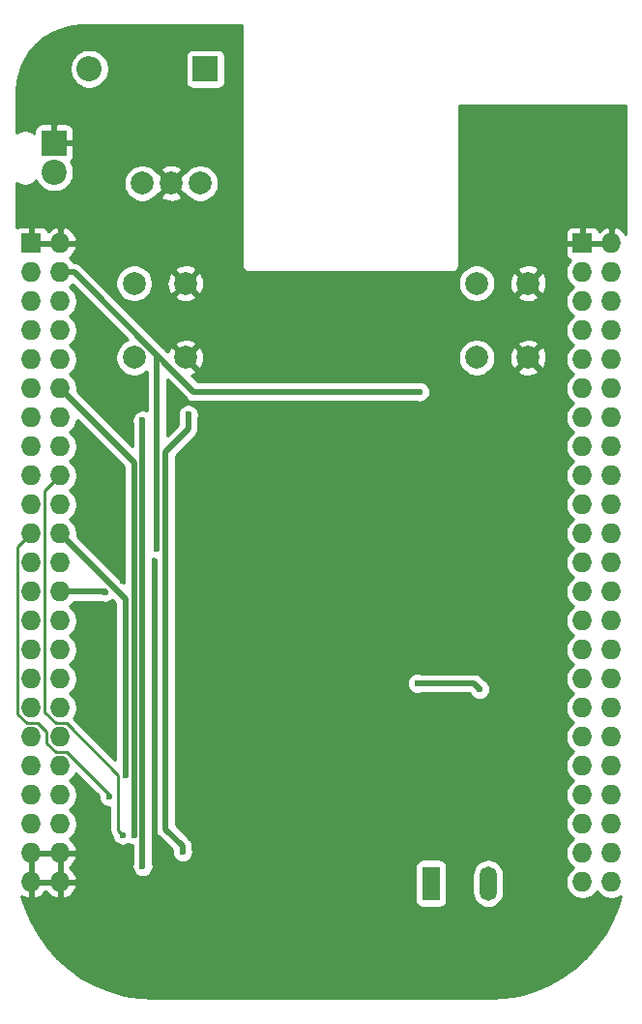
<source format=gbl>
G04 #@! TF.GenerationSoftware,KiCad,Pcbnew,(5.1.9)-1*
G04 #@! TF.CreationDate,2021-06-13T14:24:16+02:00*
G04 #@! TF.ProjectId,com4bbb,636f6d34-6262-4622-9e6b-696361645f70,rev?*
G04 #@! TF.SameCoordinates,Original*
G04 #@! TF.FileFunction,Copper,L2,Bot*
G04 #@! TF.FilePolarity,Positive*
%FSLAX46Y46*%
G04 Gerber Fmt 4.6, Leading zero omitted, Abs format (unit mm)*
G04 Created by KiCad (PCBNEW (5.1.9)-1) date 2021-06-13 14:24:16*
%MOMM*%
%LPD*%
G01*
G04 APERTURE LIST*
G04 #@! TA.AperFunction,ComponentPad*
%ADD10R,1.727200X1.727200*%
G04 #@! TD*
G04 #@! TA.AperFunction,ComponentPad*
%ADD11O,1.727200X1.727200*%
G04 #@! TD*
G04 #@! TA.AperFunction,ComponentPad*
%ADD12R,1.500000X3.000000*%
G04 #@! TD*
G04 #@! TA.AperFunction,ComponentPad*
%ADD13O,1.500000X3.000000*%
G04 #@! TD*
G04 #@! TA.AperFunction,ComponentPad*
%ADD14C,2.000000*%
G04 #@! TD*
G04 #@! TA.AperFunction,ComponentPad*
%ADD15R,2.200000X2.200000*%
G04 #@! TD*
G04 #@! TA.AperFunction,ComponentPad*
%ADD16O,2.200000X2.200000*%
G04 #@! TD*
G04 #@! TA.AperFunction,ComponentPad*
%ADD17C,2.200000*%
G04 #@! TD*
G04 #@! TA.AperFunction,ViaPad*
%ADD18C,0.600000*%
G04 #@! TD*
G04 #@! TA.AperFunction,Conductor*
%ADD19C,0.500000*%
G04 #@! TD*
G04 #@! TA.AperFunction,Conductor*
%ADD20C,0.250000*%
G04 #@! TD*
G04 #@! TA.AperFunction,Conductor*
%ADD21C,0.254000*%
G04 #@! TD*
G04 #@! TA.AperFunction,Conductor*
%ADD22C,0.100000*%
G04 #@! TD*
G04 APERTURE END LIST*
D10*
X164630100Y-62382400D03*
D11*
X167170100Y-62382400D03*
X164630100Y-64922400D03*
X167170100Y-64922400D03*
X164630100Y-67462400D03*
X167170100Y-67462400D03*
X164630100Y-70002400D03*
X167170100Y-70002400D03*
X164630100Y-72542400D03*
X167170100Y-72542400D03*
X164630100Y-75082400D03*
X167170100Y-75082400D03*
X164630100Y-77622400D03*
X167170100Y-77622400D03*
X164630100Y-80162400D03*
X167170100Y-80162400D03*
X164630100Y-82702400D03*
X167170100Y-82702400D03*
X164630100Y-85242400D03*
X167170100Y-85242400D03*
X164630100Y-87782400D03*
X167170100Y-87782400D03*
X164630100Y-90322400D03*
X167170100Y-90322400D03*
X164630100Y-92862400D03*
X167170100Y-92862400D03*
X164630100Y-95402400D03*
X167170100Y-95402400D03*
X164630100Y-97942400D03*
X167170100Y-97942400D03*
X164630100Y-100482400D03*
X167170100Y-100482400D03*
X164630100Y-103022400D03*
X167170100Y-103022400D03*
X164630100Y-105562400D03*
X167170100Y-105562400D03*
X164630100Y-108102400D03*
X167170100Y-108102400D03*
X164630100Y-110642400D03*
X167170100Y-110642400D03*
X164630100Y-113182400D03*
X167170100Y-113182400D03*
X164630100Y-115722400D03*
X167170100Y-115722400D03*
X164630100Y-118262400D03*
X167170100Y-118262400D03*
D10*
X116370100Y-62382400D03*
D11*
X118910100Y-62382400D03*
X116370100Y-64922400D03*
X118910100Y-64922400D03*
X116370100Y-67462400D03*
X118910100Y-67462400D03*
X116370100Y-70002400D03*
X118910100Y-70002400D03*
X116370100Y-72542400D03*
X118910100Y-72542400D03*
X116370100Y-75082400D03*
X118910100Y-75082400D03*
X116370100Y-77622400D03*
X118910100Y-77622400D03*
X116370100Y-80162400D03*
X118910100Y-80162400D03*
X116370100Y-82702400D03*
X118910100Y-82702400D03*
X116370100Y-85242400D03*
X118910100Y-85242400D03*
X116370100Y-87782400D03*
X118910100Y-87782400D03*
X116370100Y-90322400D03*
X118910100Y-90322400D03*
X116370100Y-92862400D03*
X118910100Y-92862400D03*
X116370100Y-95402400D03*
X118910100Y-95402400D03*
X116370100Y-97942400D03*
X118910100Y-97942400D03*
X116370100Y-100482400D03*
X118910100Y-100482400D03*
X116370100Y-103022400D03*
X118910100Y-103022400D03*
X116370100Y-105562400D03*
X118910100Y-105562400D03*
X116370100Y-108102400D03*
X118910100Y-108102400D03*
X116370100Y-110642400D03*
X118910100Y-110642400D03*
X116370100Y-113182400D03*
X118910100Y-113182400D03*
X116370100Y-115722400D03*
X118910100Y-115722400D03*
X116370100Y-118262400D03*
X118910100Y-118262400D03*
D12*
X151370100Y-118382400D03*
D13*
X156370100Y-118382400D03*
D14*
X159870100Y-72382400D03*
X155370100Y-72382400D03*
X159870100Y-65882400D03*
X155370100Y-65882400D03*
X125370100Y-65882400D03*
X129870100Y-65882400D03*
X125370100Y-72382400D03*
X129870100Y-72382400D03*
D15*
X131620100Y-47132400D03*
D16*
X121460100Y-47132400D03*
D15*
X118370100Y-53632400D03*
D17*
X118370100Y-56172400D03*
D14*
X126080100Y-57132400D03*
X128620100Y-57132400D03*
X131160100Y-57132400D03*
D18*
X123870100Y-86882400D03*
X126120100Y-120632400D03*
X120870100Y-87382400D03*
X129870100Y-92882400D03*
X129370100Y-97632400D03*
X124370100Y-91882400D03*
X120870100Y-82632400D03*
X123620100Y-84132400D03*
X137870100Y-90382400D03*
X144870100Y-97632400D03*
X135620100Y-98132400D03*
X139370100Y-95132400D03*
X121370100Y-110882400D03*
X121620100Y-114632400D03*
X120870100Y-102882400D03*
X123120100Y-105132400D03*
X121120100Y-94632400D03*
X121870100Y-95882400D03*
X121870100Y-99382400D03*
X123120100Y-101382400D03*
X121370100Y-69632400D03*
X123120100Y-70132400D03*
X121120100Y-72382400D03*
X123120100Y-72632400D03*
X121120100Y-74632400D03*
X122620100Y-74882400D03*
X121620100Y-80132400D03*
X132620100Y-106882400D03*
X141870100Y-106882400D03*
X136870100Y-108132400D03*
X141870100Y-115382400D03*
X127370100Y-89132400D03*
X150370100Y-75382400D03*
X127370100Y-82382400D03*
X126120100Y-116882400D03*
X126120100Y-77882400D03*
X130120100Y-77382400D03*
X129620100Y-115632400D03*
X124370100Y-114132400D03*
X123170099Y-110772399D03*
X125370100Y-114132400D03*
X124620100Y-108882400D03*
X122870100Y-92882400D03*
X150215149Y-100880796D03*
X155620100Y-101382400D03*
D19*
X120131414Y-64922400D02*
X127370100Y-72161086D01*
X118910100Y-64922400D02*
X120131414Y-64922400D01*
X120131414Y-64922400D02*
X130591414Y-75382400D01*
X130591414Y-75382400D02*
X150370100Y-75382400D01*
X127370100Y-82382400D02*
X127370100Y-89132400D01*
X127370100Y-72161086D02*
X127370100Y-82382400D01*
X126120100Y-77882400D02*
X126120100Y-81132400D01*
X126120100Y-81132400D02*
X126120100Y-80382400D01*
X126120100Y-116882400D02*
X126120100Y-81132400D01*
X129620100Y-115132398D02*
X129620100Y-115632400D01*
X128120101Y-113632399D02*
X129620100Y-115132398D01*
X130120100Y-78632402D02*
X128120101Y-80632401D01*
X130120100Y-77382400D02*
X130120100Y-78632402D01*
X128120101Y-80632401D02*
X128120101Y-113632399D01*
D20*
X119480629Y-104373799D02*
X123995099Y-108888269D01*
X123995099Y-108888269D02*
X123995099Y-113757399D01*
X118502369Y-104373799D02*
X119480629Y-104373799D01*
X117558701Y-103430131D02*
X118502369Y-104373799D01*
X117558701Y-84053799D02*
X117558701Y-103430131D01*
X123995099Y-113757399D02*
X124370100Y-114132400D01*
X118910100Y-82702400D02*
X117558701Y-84053799D01*
X123170099Y-110603269D02*
X123170099Y-110772399D01*
X119480629Y-106913799D02*
X123170099Y-110603269D01*
X118502369Y-106913799D02*
X119480629Y-106913799D01*
X117721499Y-105154669D02*
X117721499Y-106132929D01*
X117721499Y-106132929D02*
X118502369Y-106913799D01*
X116940629Y-104373799D02*
X117721499Y-105154669D01*
X115962369Y-104373799D02*
X116940629Y-104373799D01*
X115181499Y-103592929D02*
X115962369Y-104373799D01*
X115181499Y-88971001D02*
X115181499Y-103592929D01*
X116370100Y-87782400D02*
X115181499Y-88971001D01*
D19*
X125370100Y-81542400D02*
X125370100Y-114132400D01*
X118910100Y-75082400D02*
X125370100Y-81542400D01*
X124620100Y-93492400D02*
X124620100Y-108882400D01*
X118910100Y-87782400D02*
X124620100Y-93492400D01*
X122850100Y-92862400D02*
X122870100Y-92882400D01*
X118910100Y-92862400D02*
X122850100Y-92862400D01*
X155118496Y-100880796D02*
X155620100Y-101382400D01*
X150215149Y-100880796D02*
X155118496Y-100880796D01*
D21*
X134783830Y-64256149D02*
X134780752Y-64287400D01*
X134793037Y-64412131D01*
X134829419Y-64532068D01*
X134888502Y-64642603D01*
X134968013Y-64739487D01*
X135064897Y-64818998D01*
X135175432Y-64878081D01*
X135295369Y-64914463D01*
X135420100Y-64926748D01*
X135451351Y-64923670D01*
X153168849Y-64923670D01*
X153200100Y-64926748D01*
X153231351Y-64923670D01*
X153244246Y-64922400D01*
X153324831Y-64914463D01*
X153444768Y-64878081D01*
X153555303Y-64818998D01*
X153652187Y-64739487D01*
X153731698Y-64642603D01*
X153790781Y-64532068D01*
X153827163Y-64412131D01*
X153836370Y-64318651D01*
X153836370Y-64318650D01*
X153839448Y-64287400D01*
X153836370Y-64256149D01*
X153836370Y-61518800D01*
X163128428Y-61518800D01*
X163131500Y-62096650D01*
X163290250Y-62255400D01*
X164503100Y-62255400D01*
X164503100Y-61042550D01*
X164757100Y-61042550D01*
X164757100Y-62255400D01*
X167043100Y-62255400D01*
X167043100Y-61047936D01*
X166811073Y-60927437D01*
X166534122Y-61025436D01*
X166281612Y-61175583D01*
X166102153Y-61337092D01*
X166083202Y-61274620D01*
X166024237Y-61164306D01*
X165944885Y-61067615D01*
X165848194Y-60988263D01*
X165737880Y-60929298D01*
X165618182Y-60892988D01*
X165493700Y-60880728D01*
X164915850Y-60883800D01*
X164757100Y-61042550D01*
X164503100Y-61042550D01*
X164344350Y-60883800D01*
X163766500Y-60880728D01*
X163642018Y-60892988D01*
X163522320Y-60929298D01*
X163412006Y-60988263D01*
X163315315Y-61067615D01*
X163235963Y-61164306D01*
X163176998Y-61274620D01*
X163140688Y-61394318D01*
X163128428Y-61518800D01*
X153836370Y-61518800D01*
X153836370Y-50318670D01*
X168438831Y-50318670D01*
X168438831Y-61588780D01*
X168276954Y-61372107D01*
X168058588Y-61175583D01*
X167806078Y-61025436D01*
X167529127Y-60927437D01*
X167297100Y-61047936D01*
X167297100Y-62255400D01*
X167317100Y-62255400D01*
X167317100Y-62509400D01*
X167297100Y-62509400D01*
X167297100Y-62529400D01*
X167043100Y-62529400D01*
X167043100Y-62509400D01*
X164757100Y-62509400D01*
X164757100Y-62529400D01*
X164503100Y-62529400D01*
X164503100Y-62509400D01*
X163290250Y-62509400D01*
X163131500Y-62668150D01*
X163128428Y-63246000D01*
X163140688Y-63370482D01*
X163176998Y-63490180D01*
X163235963Y-63600494D01*
X163315315Y-63697185D01*
X163412006Y-63776537D01*
X163522320Y-63835502D01*
X163580123Y-63853036D01*
X163466061Y-63967098D01*
X163302058Y-64212547D01*
X163189090Y-64485275D01*
X163131500Y-64774801D01*
X163131500Y-65069999D01*
X163189090Y-65359525D01*
X163302058Y-65632253D01*
X163466061Y-65877702D01*
X163674798Y-66086439D01*
X163833381Y-66192400D01*
X163674798Y-66298361D01*
X163466061Y-66507098D01*
X163302058Y-66752547D01*
X163189090Y-67025275D01*
X163131500Y-67314801D01*
X163131500Y-67609999D01*
X163189090Y-67899525D01*
X163302058Y-68172253D01*
X163466061Y-68417702D01*
X163674798Y-68626439D01*
X163833381Y-68732400D01*
X163674798Y-68838361D01*
X163466061Y-69047098D01*
X163302058Y-69292547D01*
X163189090Y-69565275D01*
X163131500Y-69854801D01*
X163131500Y-70149999D01*
X163189090Y-70439525D01*
X163302058Y-70712253D01*
X163466061Y-70957702D01*
X163674798Y-71166439D01*
X163833381Y-71272400D01*
X163674798Y-71378361D01*
X163466061Y-71587098D01*
X163302058Y-71832547D01*
X163189090Y-72105275D01*
X163131500Y-72394801D01*
X163131500Y-72689999D01*
X163189090Y-72979525D01*
X163302058Y-73252253D01*
X163466061Y-73497702D01*
X163674798Y-73706439D01*
X163833381Y-73812400D01*
X163674798Y-73918361D01*
X163466061Y-74127098D01*
X163302058Y-74372547D01*
X163189090Y-74645275D01*
X163131500Y-74934801D01*
X163131500Y-75229999D01*
X163189090Y-75519525D01*
X163302058Y-75792253D01*
X163466061Y-76037702D01*
X163674798Y-76246439D01*
X163833381Y-76352400D01*
X163674798Y-76458361D01*
X163466061Y-76667098D01*
X163302058Y-76912547D01*
X163189090Y-77185275D01*
X163131500Y-77474801D01*
X163131500Y-77769999D01*
X163189090Y-78059525D01*
X163302058Y-78332253D01*
X163466061Y-78577702D01*
X163674798Y-78786439D01*
X163833381Y-78892400D01*
X163674798Y-78998361D01*
X163466061Y-79207098D01*
X163302058Y-79452547D01*
X163189090Y-79725275D01*
X163131500Y-80014801D01*
X163131500Y-80309999D01*
X163189090Y-80599525D01*
X163302058Y-80872253D01*
X163466061Y-81117702D01*
X163674798Y-81326439D01*
X163833381Y-81432400D01*
X163674798Y-81538361D01*
X163466061Y-81747098D01*
X163302058Y-81992547D01*
X163189090Y-82265275D01*
X163131500Y-82554801D01*
X163131500Y-82849999D01*
X163189090Y-83139525D01*
X163302058Y-83412253D01*
X163466061Y-83657702D01*
X163674798Y-83866439D01*
X163833381Y-83972400D01*
X163674798Y-84078361D01*
X163466061Y-84287098D01*
X163302058Y-84532547D01*
X163189090Y-84805275D01*
X163131500Y-85094801D01*
X163131500Y-85389999D01*
X163189090Y-85679525D01*
X163302058Y-85952253D01*
X163466061Y-86197702D01*
X163674798Y-86406439D01*
X163833381Y-86512400D01*
X163674798Y-86618361D01*
X163466061Y-86827098D01*
X163302058Y-87072547D01*
X163189090Y-87345275D01*
X163131500Y-87634801D01*
X163131500Y-87929999D01*
X163189090Y-88219525D01*
X163302058Y-88492253D01*
X163466061Y-88737702D01*
X163674798Y-88946439D01*
X163833381Y-89052400D01*
X163674798Y-89158361D01*
X163466061Y-89367098D01*
X163302058Y-89612547D01*
X163189090Y-89885275D01*
X163131500Y-90174801D01*
X163131500Y-90469999D01*
X163189090Y-90759525D01*
X163302058Y-91032253D01*
X163466061Y-91277702D01*
X163674798Y-91486439D01*
X163833381Y-91592400D01*
X163674798Y-91698361D01*
X163466061Y-91907098D01*
X163302058Y-92152547D01*
X163189090Y-92425275D01*
X163131500Y-92714801D01*
X163131500Y-93009999D01*
X163189090Y-93299525D01*
X163302058Y-93572253D01*
X163466061Y-93817702D01*
X163674798Y-94026439D01*
X163833381Y-94132400D01*
X163674798Y-94238361D01*
X163466061Y-94447098D01*
X163302058Y-94692547D01*
X163189090Y-94965275D01*
X163131500Y-95254801D01*
X163131500Y-95549999D01*
X163189090Y-95839525D01*
X163302058Y-96112253D01*
X163466061Y-96357702D01*
X163674798Y-96566439D01*
X163833381Y-96672400D01*
X163674798Y-96778361D01*
X163466061Y-96987098D01*
X163302058Y-97232547D01*
X163189090Y-97505275D01*
X163131500Y-97794801D01*
X163131500Y-98089999D01*
X163189090Y-98379525D01*
X163302058Y-98652253D01*
X163466061Y-98897702D01*
X163674798Y-99106439D01*
X163833381Y-99212400D01*
X163674798Y-99318361D01*
X163466061Y-99527098D01*
X163302058Y-99772547D01*
X163189090Y-100045275D01*
X163131500Y-100334801D01*
X163131500Y-100629999D01*
X163189090Y-100919525D01*
X163302058Y-101192253D01*
X163466061Y-101437702D01*
X163674798Y-101646439D01*
X163833381Y-101752400D01*
X163674798Y-101858361D01*
X163466061Y-102067098D01*
X163302058Y-102312547D01*
X163189090Y-102585275D01*
X163131500Y-102874801D01*
X163131500Y-103169999D01*
X163189090Y-103459525D01*
X163302058Y-103732253D01*
X163466061Y-103977702D01*
X163674798Y-104186439D01*
X163833381Y-104292400D01*
X163674798Y-104398361D01*
X163466061Y-104607098D01*
X163302058Y-104852547D01*
X163189090Y-105125275D01*
X163131500Y-105414801D01*
X163131500Y-105709999D01*
X163189090Y-105999525D01*
X163302058Y-106272253D01*
X163466061Y-106517702D01*
X163674798Y-106726439D01*
X163833381Y-106832400D01*
X163674798Y-106938361D01*
X163466061Y-107147098D01*
X163302058Y-107392547D01*
X163189090Y-107665275D01*
X163131500Y-107954801D01*
X163131500Y-108249999D01*
X163189090Y-108539525D01*
X163302058Y-108812253D01*
X163466061Y-109057702D01*
X163674798Y-109266439D01*
X163833381Y-109372400D01*
X163674798Y-109478361D01*
X163466061Y-109687098D01*
X163302058Y-109932547D01*
X163189090Y-110205275D01*
X163131500Y-110494801D01*
X163131500Y-110789999D01*
X163189090Y-111079525D01*
X163302058Y-111352253D01*
X163466061Y-111597702D01*
X163674798Y-111806439D01*
X163833381Y-111912400D01*
X163674798Y-112018361D01*
X163466061Y-112227098D01*
X163302058Y-112472547D01*
X163189090Y-112745275D01*
X163131500Y-113034801D01*
X163131500Y-113329999D01*
X163189090Y-113619525D01*
X163302058Y-113892253D01*
X163466061Y-114137702D01*
X163674798Y-114346439D01*
X163833381Y-114452400D01*
X163674798Y-114558361D01*
X163466061Y-114767098D01*
X163302058Y-115012547D01*
X163189090Y-115285275D01*
X163131500Y-115574801D01*
X163131500Y-115869999D01*
X163189090Y-116159525D01*
X163302058Y-116432253D01*
X163466061Y-116677702D01*
X163674798Y-116886439D01*
X163833381Y-116992400D01*
X163674798Y-117098361D01*
X163466061Y-117307098D01*
X163302058Y-117552547D01*
X163189090Y-117825275D01*
X163131500Y-118114801D01*
X163131500Y-118409999D01*
X163189090Y-118699525D01*
X163302058Y-118972253D01*
X163466061Y-119217702D01*
X163674798Y-119426439D01*
X163920247Y-119590442D01*
X164192975Y-119703410D01*
X164482501Y-119761000D01*
X164777699Y-119761000D01*
X165067225Y-119703410D01*
X165339953Y-119590442D01*
X165585402Y-119426439D01*
X165794139Y-119217702D01*
X165900100Y-119059119D01*
X166006061Y-119217702D01*
X166214798Y-119426439D01*
X166460247Y-119590442D01*
X166732975Y-119703410D01*
X167022501Y-119761000D01*
X167317699Y-119761000D01*
X167607225Y-119703410D01*
X167879953Y-119590442D01*
X168000411Y-119509955D01*
X167766864Y-120324430D01*
X167253667Y-121569537D01*
X166604882Y-122749674D01*
X165828586Y-123850144D01*
X164934462Y-124857219D01*
X163933653Y-125758351D01*
X162838639Y-126542304D01*
X161663061Y-127199313D01*
X160421563Y-127721191D01*
X159129638Y-128101425D01*
X157803368Y-128335282D01*
X156442664Y-128420891D01*
X156374031Y-128421130D01*
X127182875Y-128421130D01*
X125820482Y-128344961D01*
X124492617Y-128120369D01*
X123198070Y-127749164D01*
X121952963Y-127235967D01*
X120772826Y-126587182D01*
X119672356Y-125810886D01*
X118665281Y-124916762D01*
X117764149Y-123915953D01*
X116980196Y-122820939D01*
X116323187Y-121645361D01*
X115801309Y-120403863D01*
X115535692Y-119501374D01*
X115734122Y-119619364D01*
X116011073Y-119717363D01*
X116243100Y-119596864D01*
X116243100Y-118389400D01*
X116497100Y-118389400D01*
X116497100Y-119596864D01*
X116729127Y-119717363D01*
X117006078Y-119619364D01*
X117258588Y-119469217D01*
X117476954Y-119272693D01*
X117640100Y-119054322D01*
X117803246Y-119272693D01*
X118021612Y-119469217D01*
X118274122Y-119619364D01*
X118551073Y-119717363D01*
X118783100Y-119596864D01*
X118783100Y-118389400D01*
X119037100Y-118389400D01*
X119037100Y-119596864D01*
X119269127Y-119717363D01*
X119546078Y-119619364D01*
X119798588Y-119469217D01*
X120016954Y-119272693D01*
X120192784Y-119037344D01*
X120319322Y-118772214D01*
X120365058Y-118621426D01*
X120243917Y-118389400D01*
X119037100Y-118389400D01*
X118783100Y-118389400D01*
X116497100Y-118389400D01*
X116243100Y-118389400D01*
X116223100Y-118389400D01*
X116223100Y-118135400D01*
X116243100Y-118135400D01*
X116243100Y-115849400D01*
X116497100Y-115849400D01*
X116497100Y-118135400D01*
X118783100Y-118135400D01*
X118783100Y-115849400D01*
X119037100Y-115849400D01*
X119037100Y-118135400D01*
X120243917Y-118135400D01*
X120365058Y-117903374D01*
X120319322Y-117752586D01*
X120192784Y-117487456D01*
X120016954Y-117252107D01*
X119798588Y-117055583D01*
X119692330Y-116992400D01*
X119798588Y-116929217D01*
X120016954Y-116732693D01*
X120192784Y-116497344D01*
X120319322Y-116232214D01*
X120365058Y-116081426D01*
X120243917Y-115849400D01*
X119037100Y-115849400D01*
X118783100Y-115849400D01*
X116497100Y-115849400D01*
X116243100Y-115849400D01*
X116223100Y-115849400D01*
X116223100Y-115595400D01*
X116243100Y-115595400D01*
X116243100Y-115575400D01*
X116497100Y-115575400D01*
X116497100Y-115595400D01*
X118783100Y-115595400D01*
X118783100Y-115575400D01*
X119037100Y-115575400D01*
X119037100Y-115595400D01*
X120243917Y-115595400D01*
X120365058Y-115363374D01*
X120319322Y-115212586D01*
X120192784Y-114947456D01*
X120016954Y-114712107D01*
X119798588Y-114515583D01*
X119699997Y-114456959D01*
X119865402Y-114346439D01*
X120074139Y-114137702D01*
X120238142Y-113892253D01*
X120351110Y-113619525D01*
X120408700Y-113329999D01*
X120408700Y-113034801D01*
X120351110Y-112745275D01*
X120238142Y-112472547D01*
X120074139Y-112227098D01*
X119865402Y-112018361D01*
X119706819Y-111912400D01*
X119865402Y-111806439D01*
X120074139Y-111597702D01*
X120238142Y-111352253D01*
X120351110Y-111079525D01*
X120408700Y-110789999D01*
X120408700Y-110494801D01*
X120351110Y-110205275D01*
X120238142Y-109932547D01*
X120074139Y-109687098D01*
X119865402Y-109478361D01*
X119706819Y-109372400D01*
X119865402Y-109266439D01*
X120074139Y-109057702D01*
X120238142Y-108812253D01*
X120257514Y-108765485D01*
X122235099Y-110743071D01*
X122235099Y-110864488D01*
X122271031Y-111045128D01*
X122341513Y-111215288D01*
X122443837Y-111368427D01*
X122574071Y-111498661D01*
X122727210Y-111600985D01*
X122897370Y-111671467D01*
X123078010Y-111707399D01*
X123235100Y-111707399D01*
X123235100Y-113720067D01*
X123231423Y-113757399D01*
X123246097Y-113906384D01*
X123289553Y-114049645D01*
X123360125Y-114181675D01*
X123430509Y-114267437D01*
X123447845Y-114288561D01*
X123471032Y-114405129D01*
X123541514Y-114575289D01*
X123643838Y-114728428D01*
X123774072Y-114858662D01*
X123927211Y-114960986D01*
X124097371Y-115031468D01*
X124278011Y-115067400D01*
X124462189Y-115067400D01*
X124642829Y-115031468D01*
X124812989Y-114960986D01*
X124870100Y-114922826D01*
X124927211Y-114960986D01*
X125097371Y-115031468D01*
X125235100Y-115058864D01*
X125235100Y-116575708D01*
X125221032Y-116609671D01*
X125185100Y-116790311D01*
X125185100Y-116974489D01*
X125221032Y-117155129D01*
X125291514Y-117325289D01*
X125393838Y-117478428D01*
X125524072Y-117608662D01*
X125677211Y-117710986D01*
X125847371Y-117781468D01*
X126028011Y-117817400D01*
X126212189Y-117817400D01*
X126392829Y-117781468D01*
X126562989Y-117710986D01*
X126716128Y-117608662D01*
X126846362Y-117478428D01*
X126948686Y-117325289D01*
X127019168Y-117155129D01*
X127055100Y-116974489D01*
X127055100Y-116882400D01*
X149982028Y-116882400D01*
X149982028Y-119882400D01*
X149994288Y-120006882D01*
X150030598Y-120126580D01*
X150089563Y-120236894D01*
X150168915Y-120333585D01*
X150265606Y-120412937D01*
X150375920Y-120471902D01*
X150495618Y-120508212D01*
X150620100Y-120520472D01*
X152120100Y-120520472D01*
X152244582Y-120508212D01*
X152364280Y-120471902D01*
X152474594Y-120412937D01*
X152571285Y-120333585D01*
X152650637Y-120236894D01*
X152709602Y-120126580D01*
X152745912Y-120006882D01*
X152758172Y-119882400D01*
X152758172Y-117564364D01*
X154985100Y-117564364D01*
X154985100Y-119200437D01*
X155005140Y-119403907D01*
X155084337Y-119664981D01*
X155212944Y-119905588D01*
X155386020Y-120116481D01*
X155596913Y-120289557D01*
X155837520Y-120418164D01*
X156098594Y-120497360D01*
X156370100Y-120524101D01*
X156641607Y-120497360D01*
X156902681Y-120418164D01*
X157143288Y-120289557D01*
X157354181Y-120116481D01*
X157527257Y-119905588D01*
X157655864Y-119664981D01*
X157735060Y-119403907D01*
X157755100Y-119200437D01*
X157755100Y-117564363D01*
X157735060Y-117360893D01*
X157655864Y-117099819D01*
X157527257Y-116859212D01*
X157354180Y-116648319D01*
X157143287Y-116475243D01*
X156902680Y-116346636D01*
X156641606Y-116267440D01*
X156370100Y-116240699D01*
X156098593Y-116267440D01*
X155837519Y-116346636D01*
X155596912Y-116475243D01*
X155386019Y-116648320D01*
X155212943Y-116859213D01*
X155084336Y-117099820D01*
X155005140Y-117360894D01*
X154985100Y-117564364D01*
X152758172Y-117564364D01*
X152758172Y-116882400D01*
X152745912Y-116757918D01*
X152709602Y-116638220D01*
X152650637Y-116527906D01*
X152571285Y-116431215D01*
X152474594Y-116351863D01*
X152364280Y-116292898D01*
X152244582Y-116256588D01*
X152120100Y-116244328D01*
X150620100Y-116244328D01*
X150495618Y-116256588D01*
X150375920Y-116292898D01*
X150265606Y-116351863D01*
X150168915Y-116431215D01*
X150089563Y-116527906D01*
X150030598Y-116638220D01*
X149994288Y-116757918D01*
X149982028Y-116882400D01*
X127055100Y-116882400D01*
X127055100Y-116790311D01*
X127019168Y-116609671D01*
X127005100Y-116575708D01*
X127005100Y-89993248D01*
X127097371Y-90031468D01*
X127235101Y-90058865D01*
X127235102Y-113588920D01*
X127230820Y-113632399D01*
X127247906Y-113805889D01*
X127298513Y-113972712D01*
X127380691Y-114126458D01*
X127463569Y-114227445D01*
X127463572Y-114227448D01*
X127491285Y-114261216D01*
X127525052Y-114288928D01*
X128700253Y-115464130D01*
X128685100Y-115540311D01*
X128685100Y-115724489D01*
X128721032Y-115905129D01*
X128791514Y-116075289D01*
X128893838Y-116228428D01*
X129024072Y-116358662D01*
X129177211Y-116460986D01*
X129347371Y-116531468D01*
X129528011Y-116567400D01*
X129712189Y-116567400D01*
X129892829Y-116531468D01*
X130062989Y-116460986D01*
X130216128Y-116358662D01*
X130346362Y-116228428D01*
X130448686Y-116075289D01*
X130519168Y-115905129D01*
X130555100Y-115724489D01*
X130555100Y-115540311D01*
X130519168Y-115359671D01*
X130505100Y-115325708D01*
X130505100Y-115175867D01*
X130509381Y-115132398D01*
X130505100Y-115088929D01*
X130505100Y-115088921D01*
X130492295Y-114958908D01*
X130441689Y-114792085D01*
X130359511Y-114638339D01*
X130307767Y-114575289D01*
X130276632Y-114537351D01*
X130276630Y-114537349D01*
X130248917Y-114503581D01*
X130215150Y-114475869D01*
X129005101Y-113265821D01*
X129005101Y-100788707D01*
X149280149Y-100788707D01*
X149280149Y-100972885D01*
X149316081Y-101153525D01*
X149386563Y-101323685D01*
X149488887Y-101476824D01*
X149619121Y-101607058D01*
X149772260Y-101709382D01*
X149942420Y-101779864D01*
X150123060Y-101815796D01*
X150307238Y-101815796D01*
X150487878Y-101779864D01*
X150521841Y-101765796D01*
X154751918Y-101765796D01*
X154777445Y-101791323D01*
X154791514Y-101825289D01*
X154893838Y-101978428D01*
X155024072Y-102108662D01*
X155177211Y-102210986D01*
X155347371Y-102281468D01*
X155528011Y-102317400D01*
X155712189Y-102317400D01*
X155892829Y-102281468D01*
X156062989Y-102210986D01*
X156216128Y-102108662D01*
X156346362Y-101978428D01*
X156448686Y-101825289D01*
X156519168Y-101655129D01*
X156555100Y-101474489D01*
X156555100Y-101290311D01*
X156519168Y-101109671D01*
X156448686Y-100939511D01*
X156346362Y-100786372D01*
X156216128Y-100656138D01*
X156062989Y-100553814D01*
X156029023Y-100539745D01*
X155775030Y-100285752D01*
X155747313Y-100251979D01*
X155612555Y-100141385D01*
X155458809Y-100059207D01*
X155291986Y-100008601D01*
X155161973Y-99995796D01*
X155161965Y-99995796D01*
X155118496Y-99991515D01*
X155075027Y-99995796D01*
X150521841Y-99995796D01*
X150487878Y-99981728D01*
X150307238Y-99945796D01*
X150123060Y-99945796D01*
X149942420Y-99981728D01*
X149772260Y-100052210D01*
X149619121Y-100154534D01*
X149488887Y-100284768D01*
X149386563Y-100437907D01*
X149316081Y-100608067D01*
X149280149Y-100788707D01*
X129005101Y-100788707D01*
X129005101Y-80998979D01*
X130715149Y-79288932D01*
X130748917Y-79261219D01*
X130793334Y-79207098D01*
X130859511Y-79126461D01*
X130941688Y-78972716D01*
X130941689Y-78972715D01*
X130992295Y-78805892D01*
X131005100Y-78675879D01*
X131005100Y-78675871D01*
X131009381Y-78632402D01*
X131005100Y-78588933D01*
X131005100Y-77689092D01*
X131019168Y-77655129D01*
X131055100Y-77474489D01*
X131055100Y-77290311D01*
X131019168Y-77109671D01*
X130948686Y-76939511D01*
X130846362Y-76786372D01*
X130716128Y-76656138D01*
X130562989Y-76553814D01*
X130392829Y-76483332D01*
X130212189Y-76447400D01*
X130028011Y-76447400D01*
X129847371Y-76483332D01*
X129677211Y-76553814D01*
X129524072Y-76656138D01*
X129393838Y-76786372D01*
X129291514Y-76939511D01*
X129221032Y-77109671D01*
X129185100Y-77290311D01*
X129185100Y-77474489D01*
X129221032Y-77655129D01*
X129235100Y-77689093D01*
X129235101Y-78265822D01*
X128255100Y-79245824D01*
X128255100Y-74297665D01*
X129934884Y-75977449D01*
X129962597Y-76011217D01*
X129996365Y-76038930D01*
X129996367Y-76038932D01*
X130081333Y-76108662D01*
X130097355Y-76121811D01*
X130251101Y-76203989D01*
X130417924Y-76254595D01*
X130547937Y-76267400D01*
X130547945Y-76267400D01*
X130591414Y-76271681D01*
X130634883Y-76267400D01*
X150063408Y-76267400D01*
X150097371Y-76281468D01*
X150278011Y-76317400D01*
X150462189Y-76317400D01*
X150642829Y-76281468D01*
X150812989Y-76210986D01*
X150966128Y-76108662D01*
X151096362Y-75978428D01*
X151198686Y-75825289D01*
X151269168Y-75655129D01*
X151305100Y-75474489D01*
X151305100Y-75290311D01*
X151269168Y-75109671D01*
X151198686Y-74939511D01*
X151096362Y-74786372D01*
X150966128Y-74656138D01*
X150812989Y-74553814D01*
X150642829Y-74483332D01*
X150462189Y-74447400D01*
X150278011Y-74447400D01*
X150097371Y-74483332D01*
X150063408Y-74497400D01*
X130957993Y-74497400D01*
X130392379Y-73931786D01*
X130556188Y-73875195D01*
X130730144Y-73782214D01*
X130825908Y-73517813D01*
X129870100Y-72562005D01*
X129855958Y-72576148D01*
X129676353Y-72396543D01*
X129690495Y-72382400D01*
X130049705Y-72382400D01*
X131005513Y-73338208D01*
X131269914Y-73242444D01*
X131410804Y-72952829D01*
X131492484Y-72641292D01*
X131511818Y-72319805D01*
X131498319Y-72221367D01*
X153735100Y-72221367D01*
X153735100Y-72543433D01*
X153797932Y-72859312D01*
X153921182Y-73156863D01*
X154100113Y-73424652D01*
X154327848Y-73652387D01*
X154595637Y-73831318D01*
X154893188Y-73954568D01*
X155209067Y-74017400D01*
X155531133Y-74017400D01*
X155847012Y-73954568D01*
X156144563Y-73831318D01*
X156412352Y-73652387D01*
X156546926Y-73517813D01*
X158914292Y-73517813D01*
X159010056Y-73782214D01*
X159299671Y-73923104D01*
X159611208Y-74004784D01*
X159932695Y-74024118D01*
X160251775Y-73980361D01*
X160556188Y-73875195D01*
X160730144Y-73782214D01*
X160825908Y-73517813D01*
X159870100Y-72562005D01*
X158914292Y-73517813D01*
X156546926Y-73517813D01*
X156640087Y-73424652D01*
X156819018Y-73156863D01*
X156942268Y-72859312D01*
X157005100Y-72543433D01*
X157005100Y-72444995D01*
X158228382Y-72444995D01*
X158272139Y-72764075D01*
X158377305Y-73068488D01*
X158470286Y-73242444D01*
X158734687Y-73338208D01*
X159690495Y-72382400D01*
X160049705Y-72382400D01*
X161005513Y-73338208D01*
X161269914Y-73242444D01*
X161410804Y-72952829D01*
X161492484Y-72641292D01*
X161511818Y-72319805D01*
X161468061Y-72000725D01*
X161362895Y-71696312D01*
X161269914Y-71522356D01*
X161005513Y-71426592D01*
X160049705Y-72382400D01*
X159690495Y-72382400D01*
X158734687Y-71426592D01*
X158470286Y-71522356D01*
X158329396Y-71811971D01*
X158247716Y-72123508D01*
X158228382Y-72444995D01*
X157005100Y-72444995D01*
X157005100Y-72221367D01*
X156942268Y-71905488D01*
X156819018Y-71607937D01*
X156640087Y-71340148D01*
X156546926Y-71246987D01*
X158914292Y-71246987D01*
X159870100Y-72202795D01*
X160825908Y-71246987D01*
X160730144Y-70982586D01*
X160440529Y-70841696D01*
X160128992Y-70760016D01*
X159807505Y-70740682D01*
X159488425Y-70784439D01*
X159184012Y-70889605D01*
X159010056Y-70982586D01*
X158914292Y-71246987D01*
X156546926Y-71246987D01*
X156412352Y-71112413D01*
X156144563Y-70933482D01*
X155847012Y-70810232D01*
X155531133Y-70747400D01*
X155209067Y-70747400D01*
X154893188Y-70810232D01*
X154595637Y-70933482D01*
X154327848Y-71112413D01*
X154100113Y-71340148D01*
X153921182Y-71607937D01*
X153797932Y-71905488D01*
X153735100Y-72221367D01*
X131498319Y-72221367D01*
X131468061Y-72000725D01*
X131362895Y-71696312D01*
X131269914Y-71522356D01*
X131005513Y-71426592D01*
X130049705Y-72382400D01*
X129690495Y-72382400D01*
X128734687Y-71426592D01*
X128470286Y-71522356D01*
X128329396Y-71811971D01*
X128317591Y-71856998D01*
X128026631Y-71566038D01*
X127998917Y-71532269D01*
X127965149Y-71504556D01*
X127707580Y-71246987D01*
X128914292Y-71246987D01*
X129870100Y-72202795D01*
X130825908Y-71246987D01*
X130730144Y-70982586D01*
X130440529Y-70841696D01*
X130128992Y-70760016D01*
X129807505Y-70740682D01*
X129488425Y-70784439D01*
X129184012Y-70889605D01*
X129010056Y-70982586D01*
X128914292Y-71246987D01*
X127707580Y-71246987D01*
X125753140Y-69292547D01*
X122181960Y-65721367D01*
X123735100Y-65721367D01*
X123735100Y-66043433D01*
X123797932Y-66359312D01*
X123921182Y-66656863D01*
X124100113Y-66924652D01*
X124327848Y-67152387D01*
X124595637Y-67331318D01*
X124893188Y-67454568D01*
X125209067Y-67517400D01*
X125531133Y-67517400D01*
X125847012Y-67454568D01*
X126144563Y-67331318D01*
X126412352Y-67152387D01*
X126546926Y-67017813D01*
X128914292Y-67017813D01*
X129010056Y-67282214D01*
X129299671Y-67423104D01*
X129611208Y-67504784D01*
X129932695Y-67524118D01*
X130251775Y-67480361D01*
X130556188Y-67375195D01*
X130730144Y-67282214D01*
X130825908Y-67017813D01*
X129870100Y-66062005D01*
X128914292Y-67017813D01*
X126546926Y-67017813D01*
X126640087Y-66924652D01*
X126819018Y-66656863D01*
X126942268Y-66359312D01*
X127005100Y-66043433D01*
X127005100Y-65944995D01*
X128228382Y-65944995D01*
X128272139Y-66264075D01*
X128377305Y-66568488D01*
X128470286Y-66742444D01*
X128734687Y-66838208D01*
X129690495Y-65882400D01*
X130049705Y-65882400D01*
X131005513Y-66838208D01*
X131269914Y-66742444D01*
X131410804Y-66452829D01*
X131492484Y-66141292D01*
X131511818Y-65819805D01*
X131498319Y-65721367D01*
X153735100Y-65721367D01*
X153735100Y-66043433D01*
X153797932Y-66359312D01*
X153921182Y-66656863D01*
X154100113Y-66924652D01*
X154327848Y-67152387D01*
X154595637Y-67331318D01*
X154893188Y-67454568D01*
X155209067Y-67517400D01*
X155531133Y-67517400D01*
X155847012Y-67454568D01*
X156144563Y-67331318D01*
X156412352Y-67152387D01*
X156546926Y-67017813D01*
X158914292Y-67017813D01*
X159010056Y-67282214D01*
X159299671Y-67423104D01*
X159611208Y-67504784D01*
X159932695Y-67524118D01*
X160251775Y-67480361D01*
X160556188Y-67375195D01*
X160730144Y-67282214D01*
X160825908Y-67017813D01*
X159870100Y-66062005D01*
X158914292Y-67017813D01*
X156546926Y-67017813D01*
X156640087Y-66924652D01*
X156819018Y-66656863D01*
X156942268Y-66359312D01*
X157005100Y-66043433D01*
X157005100Y-65944995D01*
X158228382Y-65944995D01*
X158272139Y-66264075D01*
X158377305Y-66568488D01*
X158470286Y-66742444D01*
X158734687Y-66838208D01*
X159690495Y-65882400D01*
X160049705Y-65882400D01*
X161005513Y-66838208D01*
X161269914Y-66742444D01*
X161410804Y-66452829D01*
X161492484Y-66141292D01*
X161511818Y-65819805D01*
X161468061Y-65500725D01*
X161362895Y-65196312D01*
X161269914Y-65022356D01*
X161005513Y-64926592D01*
X160049705Y-65882400D01*
X159690495Y-65882400D01*
X158734687Y-64926592D01*
X158470286Y-65022356D01*
X158329396Y-65311971D01*
X158247716Y-65623508D01*
X158228382Y-65944995D01*
X157005100Y-65944995D01*
X157005100Y-65721367D01*
X156942268Y-65405488D01*
X156819018Y-65107937D01*
X156640087Y-64840148D01*
X156546926Y-64746987D01*
X158914292Y-64746987D01*
X159870100Y-65702795D01*
X160825908Y-64746987D01*
X160730144Y-64482586D01*
X160440529Y-64341696D01*
X160128992Y-64260016D01*
X159807505Y-64240682D01*
X159488425Y-64284439D01*
X159184012Y-64389605D01*
X159010056Y-64482586D01*
X158914292Y-64746987D01*
X156546926Y-64746987D01*
X156412352Y-64612413D01*
X156144563Y-64433482D01*
X155847012Y-64310232D01*
X155531133Y-64247400D01*
X155209067Y-64247400D01*
X154893188Y-64310232D01*
X154595637Y-64433482D01*
X154327848Y-64612413D01*
X154100113Y-64840148D01*
X153921182Y-65107937D01*
X153797932Y-65405488D01*
X153735100Y-65721367D01*
X131498319Y-65721367D01*
X131468061Y-65500725D01*
X131362895Y-65196312D01*
X131269914Y-65022356D01*
X131005513Y-64926592D01*
X130049705Y-65882400D01*
X129690495Y-65882400D01*
X128734687Y-64926592D01*
X128470286Y-65022356D01*
X128329396Y-65311971D01*
X128247716Y-65623508D01*
X128228382Y-65944995D01*
X127005100Y-65944995D01*
X127005100Y-65721367D01*
X126942268Y-65405488D01*
X126819018Y-65107937D01*
X126640087Y-64840148D01*
X126546926Y-64746987D01*
X128914292Y-64746987D01*
X129870100Y-65702795D01*
X130825908Y-64746987D01*
X130730144Y-64482586D01*
X130440529Y-64341696D01*
X130128992Y-64260016D01*
X129807505Y-64240682D01*
X129488425Y-64284439D01*
X129184012Y-64389605D01*
X129010056Y-64482586D01*
X128914292Y-64746987D01*
X126546926Y-64746987D01*
X126412352Y-64612413D01*
X126144563Y-64433482D01*
X125847012Y-64310232D01*
X125531133Y-64247400D01*
X125209067Y-64247400D01*
X124893188Y-64310232D01*
X124595637Y-64433482D01*
X124327848Y-64612413D01*
X124100113Y-64840148D01*
X123921182Y-65107937D01*
X123797932Y-65405488D01*
X123735100Y-65721367D01*
X122181960Y-65721367D01*
X120787948Y-64327356D01*
X120760231Y-64293583D01*
X120625473Y-64182989D01*
X120471727Y-64100811D01*
X120304904Y-64050205D01*
X120174891Y-64037400D01*
X120174883Y-64037400D01*
X120131414Y-64033119D01*
X120119065Y-64034335D01*
X120074139Y-63967098D01*
X119865402Y-63758361D01*
X119699997Y-63647841D01*
X119798588Y-63589217D01*
X120016954Y-63392693D01*
X120192784Y-63157344D01*
X120319322Y-62892214D01*
X120365058Y-62741426D01*
X120243917Y-62509400D01*
X119037100Y-62509400D01*
X119037100Y-62529400D01*
X118783100Y-62529400D01*
X118783100Y-62509400D01*
X116497100Y-62509400D01*
X116497100Y-62529400D01*
X116243100Y-62529400D01*
X116243100Y-62509400D01*
X116223100Y-62509400D01*
X116223100Y-62255400D01*
X116243100Y-62255400D01*
X116243100Y-61042550D01*
X116497100Y-61042550D01*
X116497100Y-62255400D01*
X118783100Y-62255400D01*
X118783100Y-61047936D01*
X119037100Y-61047936D01*
X119037100Y-62255400D01*
X120243917Y-62255400D01*
X120365058Y-62023374D01*
X120319322Y-61872586D01*
X120192784Y-61607456D01*
X120016954Y-61372107D01*
X119798588Y-61175583D01*
X119546078Y-61025436D01*
X119269127Y-60927437D01*
X119037100Y-61047936D01*
X118783100Y-61047936D01*
X118551073Y-60927437D01*
X118274122Y-61025436D01*
X118021612Y-61175583D01*
X117842153Y-61337092D01*
X117823202Y-61274620D01*
X117764237Y-61164306D01*
X117684885Y-61067615D01*
X117588194Y-60988263D01*
X117477880Y-60929298D01*
X117358182Y-60892988D01*
X117233700Y-60880728D01*
X116655850Y-60883800D01*
X116497100Y-61042550D01*
X116243100Y-61042550D01*
X116084350Y-60883800D01*
X115506500Y-60880728D01*
X115382018Y-60892988D01*
X115262320Y-60929298D01*
X115152006Y-60988263D01*
X115101370Y-61029819D01*
X115101370Y-57110666D01*
X115268792Y-57222534D01*
X115484448Y-57311861D01*
X115713388Y-57357400D01*
X115946812Y-57357400D01*
X116175752Y-57311861D01*
X116391408Y-57222534D01*
X116585494Y-57092850D01*
X116750550Y-56927794D01*
X116784190Y-56877448D01*
X116832563Y-56994231D01*
X117022437Y-57278398D01*
X117264102Y-57520063D01*
X117548269Y-57709937D01*
X117864019Y-57840725D01*
X118199217Y-57907400D01*
X118540983Y-57907400D01*
X118876181Y-57840725D01*
X119191931Y-57709937D01*
X119476098Y-57520063D01*
X119717763Y-57278398D01*
X119907637Y-56994231D01*
X119917107Y-56971367D01*
X124445100Y-56971367D01*
X124445100Y-57293433D01*
X124507932Y-57609312D01*
X124631182Y-57906863D01*
X124810113Y-58174652D01*
X125037848Y-58402387D01*
X125305637Y-58581318D01*
X125603188Y-58704568D01*
X125919067Y-58767400D01*
X126241133Y-58767400D01*
X126557012Y-58704568D01*
X126854563Y-58581318D01*
X127122352Y-58402387D01*
X127256926Y-58267813D01*
X127664292Y-58267813D01*
X127760056Y-58532214D01*
X128049671Y-58673104D01*
X128361208Y-58754784D01*
X128682695Y-58774118D01*
X129001775Y-58730361D01*
X129306188Y-58625195D01*
X129480144Y-58532214D01*
X129575908Y-58267813D01*
X128620100Y-57312005D01*
X127664292Y-58267813D01*
X127256926Y-58267813D01*
X127350087Y-58174652D01*
X127422820Y-58065800D01*
X127484687Y-58088208D01*
X128440495Y-57132400D01*
X128799705Y-57132400D01*
X129755513Y-58088208D01*
X129817380Y-58065800D01*
X129890113Y-58174652D01*
X130117848Y-58402387D01*
X130385637Y-58581318D01*
X130683188Y-58704568D01*
X130999067Y-58767400D01*
X131321133Y-58767400D01*
X131637012Y-58704568D01*
X131934563Y-58581318D01*
X132202352Y-58402387D01*
X132430087Y-58174652D01*
X132609018Y-57906863D01*
X132732268Y-57609312D01*
X132795100Y-57293433D01*
X132795100Y-56971367D01*
X132732268Y-56655488D01*
X132609018Y-56357937D01*
X132430087Y-56090148D01*
X132202352Y-55862413D01*
X131934563Y-55683482D01*
X131637012Y-55560232D01*
X131321133Y-55497400D01*
X130999067Y-55497400D01*
X130683188Y-55560232D01*
X130385637Y-55683482D01*
X130117848Y-55862413D01*
X129890113Y-56090148D01*
X129817380Y-56199000D01*
X129755513Y-56176592D01*
X128799705Y-57132400D01*
X128440495Y-57132400D01*
X127484687Y-56176592D01*
X127422820Y-56199000D01*
X127350087Y-56090148D01*
X127256926Y-55996987D01*
X127664292Y-55996987D01*
X128620100Y-56952795D01*
X129575908Y-55996987D01*
X129480144Y-55732586D01*
X129190529Y-55591696D01*
X128878992Y-55510016D01*
X128557505Y-55490682D01*
X128238425Y-55534439D01*
X127934012Y-55639605D01*
X127760056Y-55732586D01*
X127664292Y-55996987D01*
X127256926Y-55996987D01*
X127122352Y-55862413D01*
X126854563Y-55683482D01*
X126557012Y-55560232D01*
X126241133Y-55497400D01*
X125919067Y-55497400D01*
X125603188Y-55560232D01*
X125305637Y-55683482D01*
X125037848Y-55862413D01*
X124810113Y-56090148D01*
X124631182Y-56357937D01*
X124507932Y-56655488D01*
X124445100Y-56971367D01*
X119917107Y-56971367D01*
X120038425Y-56678481D01*
X120105100Y-56343283D01*
X120105100Y-56001517D01*
X120038425Y-55666319D01*
X119907637Y-55350569D01*
X119840410Y-55249957D01*
X119921285Y-55183585D01*
X120000637Y-55086894D01*
X120059602Y-54976580D01*
X120095912Y-54856882D01*
X120108172Y-54732400D01*
X120105100Y-53918150D01*
X119946350Y-53759400D01*
X118497100Y-53759400D01*
X118497100Y-53779400D01*
X118243100Y-53779400D01*
X118243100Y-53759400D01*
X118223100Y-53759400D01*
X118223100Y-53505400D01*
X118243100Y-53505400D01*
X118243100Y-52056150D01*
X118497100Y-52056150D01*
X118497100Y-53505400D01*
X119946350Y-53505400D01*
X120105100Y-53346650D01*
X120108172Y-52532400D01*
X120095912Y-52407918D01*
X120059602Y-52288220D01*
X120000637Y-52177906D01*
X119921285Y-52081215D01*
X119824594Y-52001863D01*
X119714280Y-51942898D01*
X119594582Y-51906588D01*
X119470100Y-51894328D01*
X118655850Y-51897400D01*
X118497100Y-52056150D01*
X118243100Y-52056150D01*
X118084350Y-51897400D01*
X117270100Y-51894328D01*
X117145618Y-51906588D01*
X117025920Y-51942898D01*
X116915606Y-52001863D01*
X116818915Y-52081215D01*
X116739563Y-52177906D01*
X116680598Y-52288220D01*
X116644288Y-52407918D01*
X116632028Y-52532400D01*
X116632884Y-52759340D01*
X116585494Y-52711950D01*
X116391408Y-52582266D01*
X116175752Y-52492939D01*
X115946812Y-52447400D01*
X115713388Y-52447400D01*
X115484448Y-52492939D01*
X115268792Y-52582266D01*
X115101370Y-52694134D01*
X115101370Y-49072404D01*
X115173659Y-48153882D01*
X115382891Y-47282367D01*
X115515791Y-46961517D01*
X119725100Y-46961517D01*
X119725100Y-47303283D01*
X119791775Y-47638481D01*
X119922563Y-47954231D01*
X120112437Y-48238398D01*
X120354102Y-48480063D01*
X120638269Y-48669937D01*
X120954019Y-48800725D01*
X121289217Y-48867400D01*
X121630983Y-48867400D01*
X121966181Y-48800725D01*
X122281931Y-48669937D01*
X122566098Y-48480063D01*
X122807763Y-48238398D01*
X122997637Y-47954231D01*
X123128425Y-47638481D01*
X123195100Y-47303283D01*
X123195100Y-46961517D01*
X123128425Y-46626319D01*
X122997637Y-46310569D01*
X122811771Y-46032400D01*
X129882028Y-46032400D01*
X129882028Y-48232400D01*
X129894288Y-48356882D01*
X129930598Y-48476580D01*
X129989563Y-48586894D01*
X130068915Y-48683585D01*
X130165606Y-48762937D01*
X130275920Y-48821902D01*
X130395618Y-48858212D01*
X130520100Y-48870472D01*
X132720100Y-48870472D01*
X132844582Y-48858212D01*
X132964280Y-48821902D01*
X133074594Y-48762937D01*
X133171285Y-48683585D01*
X133250637Y-48586894D01*
X133309602Y-48476580D01*
X133345912Y-48356882D01*
X133358172Y-48232400D01*
X133358172Y-46032400D01*
X133345912Y-45907918D01*
X133309602Y-45788220D01*
X133250637Y-45677906D01*
X133171285Y-45581215D01*
X133074594Y-45501863D01*
X132964280Y-45442898D01*
X132844582Y-45406588D01*
X132720100Y-45394328D01*
X130520100Y-45394328D01*
X130395618Y-45406588D01*
X130275920Y-45442898D01*
X130165606Y-45501863D01*
X130068915Y-45581215D01*
X129989563Y-45677906D01*
X129930598Y-45788220D01*
X129894288Y-45907918D01*
X129882028Y-46032400D01*
X122811771Y-46032400D01*
X122807763Y-46026402D01*
X122566098Y-45784737D01*
X122281931Y-45594863D01*
X121966181Y-45464075D01*
X121630983Y-45397400D01*
X121289217Y-45397400D01*
X120954019Y-45464075D01*
X120638269Y-45594863D01*
X120354102Y-45784737D01*
X120112437Y-46026402D01*
X119922563Y-46310569D01*
X119791775Y-46626319D01*
X119725100Y-46961517D01*
X115515791Y-46961517D01*
X115725884Y-46454311D01*
X116194188Y-45690109D01*
X116776274Y-45008574D01*
X117457809Y-44426487D01*
X118222011Y-43958184D01*
X119050069Y-43615191D01*
X119921582Y-43405959D01*
X120840104Y-43333670D01*
X134783831Y-43333670D01*
X134783830Y-64256149D01*
G04 #@! TA.AperFunction,Conductor*
D22*
G36*
X134783830Y-64256149D02*
G01*
X134780752Y-64287400D01*
X134793037Y-64412131D01*
X134829419Y-64532068D01*
X134888502Y-64642603D01*
X134968013Y-64739487D01*
X135064897Y-64818998D01*
X135175432Y-64878081D01*
X135295369Y-64914463D01*
X135420100Y-64926748D01*
X135451351Y-64923670D01*
X153168849Y-64923670D01*
X153200100Y-64926748D01*
X153231351Y-64923670D01*
X153244246Y-64922400D01*
X153324831Y-64914463D01*
X153444768Y-64878081D01*
X153555303Y-64818998D01*
X153652187Y-64739487D01*
X153731698Y-64642603D01*
X153790781Y-64532068D01*
X153827163Y-64412131D01*
X153836370Y-64318651D01*
X153836370Y-64318650D01*
X153839448Y-64287400D01*
X153836370Y-64256149D01*
X153836370Y-61518800D01*
X163128428Y-61518800D01*
X163131500Y-62096650D01*
X163290250Y-62255400D01*
X164503100Y-62255400D01*
X164503100Y-61042550D01*
X164757100Y-61042550D01*
X164757100Y-62255400D01*
X167043100Y-62255400D01*
X167043100Y-61047936D01*
X166811073Y-60927437D01*
X166534122Y-61025436D01*
X166281612Y-61175583D01*
X166102153Y-61337092D01*
X166083202Y-61274620D01*
X166024237Y-61164306D01*
X165944885Y-61067615D01*
X165848194Y-60988263D01*
X165737880Y-60929298D01*
X165618182Y-60892988D01*
X165493700Y-60880728D01*
X164915850Y-60883800D01*
X164757100Y-61042550D01*
X164503100Y-61042550D01*
X164344350Y-60883800D01*
X163766500Y-60880728D01*
X163642018Y-60892988D01*
X163522320Y-60929298D01*
X163412006Y-60988263D01*
X163315315Y-61067615D01*
X163235963Y-61164306D01*
X163176998Y-61274620D01*
X163140688Y-61394318D01*
X163128428Y-61518800D01*
X153836370Y-61518800D01*
X153836370Y-50318670D01*
X168438831Y-50318670D01*
X168438831Y-61588780D01*
X168276954Y-61372107D01*
X168058588Y-61175583D01*
X167806078Y-61025436D01*
X167529127Y-60927437D01*
X167297100Y-61047936D01*
X167297100Y-62255400D01*
X167317100Y-62255400D01*
X167317100Y-62509400D01*
X167297100Y-62509400D01*
X167297100Y-62529400D01*
X167043100Y-62529400D01*
X167043100Y-62509400D01*
X164757100Y-62509400D01*
X164757100Y-62529400D01*
X164503100Y-62529400D01*
X164503100Y-62509400D01*
X163290250Y-62509400D01*
X163131500Y-62668150D01*
X163128428Y-63246000D01*
X163140688Y-63370482D01*
X163176998Y-63490180D01*
X163235963Y-63600494D01*
X163315315Y-63697185D01*
X163412006Y-63776537D01*
X163522320Y-63835502D01*
X163580123Y-63853036D01*
X163466061Y-63967098D01*
X163302058Y-64212547D01*
X163189090Y-64485275D01*
X163131500Y-64774801D01*
X163131500Y-65069999D01*
X163189090Y-65359525D01*
X163302058Y-65632253D01*
X163466061Y-65877702D01*
X163674798Y-66086439D01*
X163833381Y-66192400D01*
X163674798Y-66298361D01*
X163466061Y-66507098D01*
X163302058Y-66752547D01*
X163189090Y-67025275D01*
X163131500Y-67314801D01*
X163131500Y-67609999D01*
X163189090Y-67899525D01*
X163302058Y-68172253D01*
X163466061Y-68417702D01*
X163674798Y-68626439D01*
X163833381Y-68732400D01*
X163674798Y-68838361D01*
X163466061Y-69047098D01*
X163302058Y-69292547D01*
X163189090Y-69565275D01*
X163131500Y-69854801D01*
X163131500Y-70149999D01*
X163189090Y-70439525D01*
X163302058Y-70712253D01*
X163466061Y-70957702D01*
X163674798Y-71166439D01*
X163833381Y-71272400D01*
X163674798Y-71378361D01*
X163466061Y-71587098D01*
X163302058Y-71832547D01*
X163189090Y-72105275D01*
X163131500Y-72394801D01*
X163131500Y-72689999D01*
X163189090Y-72979525D01*
X163302058Y-73252253D01*
X163466061Y-73497702D01*
X163674798Y-73706439D01*
X163833381Y-73812400D01*
X163674798Y-73918361D01*
X163466061Y-74127098D01*
X163302058Y-74372547D01*
X163189090Y-74645275D01*
X163131500Y-74934801D01*
X163131500Y-75229999D01*
X163189090Y-75519525D01*
X163302058Y-75792253D01*
X163466061Y-76037702D01*
X163674798Y-76246439D01*
X163833381Y-76352400D01*
X163674798Y-76458361D01*
X163466061Y-76667098D01*
X163302058Y-76912547D01*
X163189090Y-77185275D01*
X163131500Y-77474801D01*
X163131500Y-77769999D01*
X163189090Y-78059525D01*
X163302058Y-78332253D01*
X163466061Y-78577702D01*
X163674798Y-78786439D01*
X163833381Y-78892400D01*
X163674798Y-78998361D01*
X163466061Y-79207098D01*
X163302058Y-79452547D01*
X163189090Y-79725275D01*
X163131500Y-80014801D01*
X163131500Y-80309999D01*
X163189090Y-80599525D01*
X163302058Y-80872253D01*
X163466061Y-81117702D01*
X163674798Y-81326439D01*
X163833381Y-81432400D01*
X163674798Y-81538361D01*
X163466061Y-81747098D01*
X163302058Y-81992547D01*
X163189090Y-82265275D01*
X163131500Y-82554801D01*
X163131500Y-82849999D01*
X163189090Y-83139525D01*
X163302058Y-83412253D01*
X163466061Y-83657702D01*
X163674798Y-83866439D01*
X163833381Y-83972400D01*
X163674798Y-84078361D01*
X163466061Y-84287098D01*
X163302058Y-84532547D01*
X163189090Y-84805275D01*
X163131500Y-85094801D01*
X163131500Y-85389999D01*
X163189090Y-85679525D01*
X163302058Y-85952253D01*
X163466061Y-86197702D01*
X163674798Y-86406439D01*
X163833381Y-86512400D01*
X163674798Y-86618361D01*
X163466061Y-86827098D01*
X163302058Y-87072547D01*
X163189090Y-87345275D01*
X163131500Y-87634801D01*
X163131500Y-87929999D01*
X163189090Y-88219525D01*
X163302058Y-88492253D01*
X163466061Y-88737702D01*
X163674798Y-88946439D01*
X163833381Y-89052400D01*
X163674798Y-89158361D01*
X163466061Y-89367098D01*
X163302058Y-89612547D01*
X163189090Y-89885275D01*
X163131500Y-90174801D01*
X163131500Y-90469999D01*
X163189090Y-90759525D01*
X163302058Y-91032253D01*
X163466061Y-91277702D01*
X163674798Y-91486439D01*
X163833381Y-91592400D01*
X163674798Y-91698361D01*
X163466061Y-91907098D01*
X163302058Y-92152547D01*
X163189090Y-92425275D01*
X163131500Y-92714801D01*
X163131500Y-93009999D01*
X163189090Y-93299525D01*
X163302058Y-93572253D01*
X163466061Y-93817702D01*
X163674798Y-94026439D01*
X163833381Y-94132400D01*
X163674798Y-94238361D01*
X163466061Y-94447098D01*
X163302058Y-94692547D01*
X163189090Y-94965275D01*
X163131500Y-95254801D01*
X163131500Y-95549999D01*
X163189090Y-95839525D01*
X163302058Y-96112253D01*
X163466061Y-96357702D01*
X163674798Y-96566439D01*
X163833381Y-96672400D01*
X163674798Y-96778361D01*
X163466061Y-96987098D01*
X163302058Y-97232547D01*
X163189090Y-97505275D01*
X163131500Y-97794801D01*
X163131500Y-98089999D01*
X163189090Y-98379525D01*
X163302058Y-98652253D01*
X163466061Y-98897702D01*
X163674798Y-99106439D01*
X163833381Y-99212400D01*
X163674798Y-99318361D01*
X163466061Y-99527098D01*
X163302058Y-99772547D01*
X163189090Y-100045275D01*
X163131500Y-100334801D01*
X163131500Y-100629999D01*
X163189090Y-100919525D01*
X163302058Y-101192253D01*
X163466061Y-101437702D01*
X163674798Y-101646439D01*
X163833381Y-101752400D01*
X163674798Y-101858361D01*
X163466061Y-102067098D01*
X163302058Y-102312547D01*
X163189090Y-102585275D01*
X163131500Y-102874801D01*
X163131500Y-103169999D01*
X163189090Y-103459525D01*
X163302058Y-103732253D01*
X163466061Y-103977702D01*
X163674798Y-104186439D01*
X163833381Y-104292400D01*
X163674798Y-104398361D01*
X163466061Y-104607098D01*
X163302058Y-104852547D01*
X163189090Y-105125275D01*
X163131500Y-105414801D01*
X163131500Y-105709999D01*
X163189090Y-105999525D01*
X163302058Y-106272253D01*
X163466061Y-106517702D01*
X163674798Y-106726439D01*
X163833381Y-106832400D01*
X163674798Y-106938361D01*
X163466061Y-107147098D01*
X163302058Y-107392547D01*
X163189090Y-107665275D01*
X163131500Y-107954801D01*
X163131500Y-108249999D01*
X163189090Y-108539525D01*
X163302058Y-108812253D01*
X163466061Y-109057702D01*
X163674798Y-109266439D01*
X163833381Y-109372400D01*
X163674798Y-109478361D01*
X163466061Y-109687098D01*
X163302058Y-109932547D01*
X163189090Y-110205275D01*
X163131500Y-110494801D01*
X163131500Y-110789999D01*
X163189090Y-111079525D01*
X163302058Y-111352253D01*
X163466061Y-111597702D01*
X163674798Y-111806439D01*
X163833381Y-111912400D01*
X163674798Y-112018361D01*
X163466061Y-112227098D01*
X163302058Y-112472547D01*
X163189090Y-112745275D01*
X163131500Y-113034801D01*
X163131500Y-113329999D01*
X163189090Y-113619525D01*
X163302058Y-113892253D01*
X163466061Y-114137702D01*
X163674798Y-114346439D01*
X163833381Y-114452400D01*
X163674798Y-114558361D01*
X163466061Y-114767098D01*
X163302058Y-115012547D01*
X163189090Y-115285275D01*
X163131500Y-115574801D01*
X163131500Y-115869999D01*
X163189090Y-116159525D01*
X163302058Y-116432253D01*
X163466061Y-116677702D01*
X163674798Y-116886439D01*
X163833381Y-116992400D01*
X163674798Y-117098361D01*
X163466061Y-117307098D01*
X163302058Y-117552547D01*
X163189090Y-117825275D01*
X163131500Y-118114801D01*
X163131500Y-118409999D01*
X163189090Y-118699525D01*
X163302058Y-118972253D01*
X163466061Y-119217702D01*
X163674798Y-119426439D01*
X163920247Y-119590442D01*
X164192975Y-119703410D01*
X164482501Y-119761000D01*
X164777699Y-119761000D01*
X165067225Y-119703410D01*
X165339953Y-119590442D01*
X165585402Y-119426439D01*
X165794139Y-119217702D01*
X165900100Y-119059119D01*
X166006061Y-119217702D01*
X166214798Y-119426439D01*
X166460247Y-119590442D01*
X166732975Y-119703410D01*
X167022501Y-119761000D01*
X167317699Y-119761000D01*
X167607225Y-119703410D01*
X167879953Y-119590442D01*
X168000411Y-119509955D01*
X167766864Y-120324430D01*
X167253667Y-121569537D01*
X166604882Y-122749674D01*
X165828586Y-123850144D01*
X164934462Y-124857219D01*
X163933653Y-125758351D01*
X162838639Y-126542304D01*
X161663061Y-127199313D01*
X160421563Y-127721191D01*
X159129638Y-128101425D01*
X157803368Y-128335282D01*
X156442664Y-128420891D01*
X156374031Y-128421130D01*
X127182875Y-128421130D01*
X125820482Y-128344961D01*
X124492617Y-128120369D01*
X123198070Y-127749164D01*
X121952963Y-127235967D01*
X120772826Y-126587182D01*
X119672356Y-125810886D01*
X118665281Y-124916762D01*
X117764149Y-123915953D01*
X116980196Y-122820939D01*
X116323187Y-121645361D01*
X115801309Y-120403863D01*
X115535692Y-119501374D01*
X115734122Y-119619364D01*
X116011073Y-119717363D01*
X116243100Y-119596864D01*
X116243100Y-118389400D01*
X116497100Y-118389400D01*
X116497100Y-119596864D01*
X116729127Y-119717363D01*
X117006078Y-119619364D01*
X117258588Y-119469217D01*
X117476954Y-119272693D01*
X117640100Y-119054322D01*
X117803246Y-119272693D01*
X118021612Y-119469217D01*
X118274122Y-119619364D01*
X118551073Y-119717363D01*
X118783100Y-119596864D01*
X118783100Y-118389400D01*
X119037100Y-118389400D01*
X119037100Y-119596864D01*
X119269127Y-119717363D01*
X119546078Y-119619364D01*
X119798588Y-119469217D01*
X120016954Y-119272693D01*
X120192784Y-119037344D01*
X120319322Y-118772214D01*
X120365058Y-118621426D01*
X120243917Y-118389400D01*
X119037100Y-118389400D01*
X118783100Y-118389400D01*
X116497100Y-118389400D01*
X116243100Y-118389400D01*
X116223100Y-118389400D01*
X116223100Y-118135400D01*
X116243100Y-118135400D01*
X116243100Y-115849400D01*
X116497100Y-115849400D01*
X116497100Y-118135400D01*
X118783100Y-118135400D01*
X118783100Y-115849400D01*
X119037100Y-115849400D01*
X119037100Y-118135400D01*
X120243917Y-118135400D01*
X120365058Y-117903374D01*
X120319322Y-117752586D01*
X120192784Y-117487456D01*
X120016954Y-117252107D01*
X119798588Y-117055583D01*
X119692330Y-116992400D01*
X119798588Y-116929217D01*
X120016954Y-116732693D01*
X120192784Y-116497344D01*
X120319322Y-116232214D01*
X120365058Y-116081426D01*
X120243917Y-115849400D01*
X119037100Y-115849400D01*
X118783100Y-115849400D01*
X116497100Y-115849400D01*
X116243100Y-115849400D01*
X116223100Y-115849400D01*
X116223100Y-115595400D01*
X116243100Y-115595400D01*
X116243100Y-115575400D01*
X116497100Y-115575400D01*
X116497100Y-115595400D01*
X118783100Y-115595400D01*
X118783100Y-115575400D01*
X119037100Y-115575400D01*
X119037100Y-115595400D01*
X120243917Y-115595400D01*
X120365058Y-115363374D01*
X120319322Y-115212586D01*
X120192784Y-114947456D01*
X120016954Y-114712107D01*
X119798588Y-114515583D01*
X119699997Y-114456959D01*
X119865402Y-114346439D01*
X120074139Y-114137702D01*
X120238142Y-113892253D01*
X120351110Y-113619525D01*
X120408700Y-113329999D01*
X120408700Y-113034801D01*
X120351110Y-112745275D01*
X120238142Y-112472547D01*
X120074139Y-112227098D01*
X119865402Y-112018361D01*
X119706819Y-111912400D01*
X119865402Y-111806439D01*
X120074139Y-111597702D01*
X120238142Y-111352253D01*
X120351110Y-111079525D01*
X120408700Y-110789999D01*
X120408700Y-110494801D01*
X120351110Y-110205275D01*
X120238142Y-109932547D01*
X120074139Y-109687098D01*
X119865402Y-109478361D01*
X119706819Y-109372400D01*
X119865402Y-109266439D01*
X120074139Y-109057702D01*
X120238142Y-108812253D01*
X120257514Y-108765485D01*
X122235099Y-110743071D01*
X122235099Y-110864488D01*
X122271031Y-111045128D01*
X122341513Y-111215288D01*
X122443837Y-111368427D01*
X122574071Y-111498661D01*
X122727210Y-111600985D01*
X122897370Y-111671467D01*
X123078010Y-111707399D01*
X123235100Y-111707399D01*
X123235100Y-113720067D01*
X123231423Y-113757399D01*
X123246097Y-113906384D01*
X123289553Y-114049645D01*
X123360125Y-114181675D01*
X123430509Y-114267437D01*
X123447845Y-114288561D01*
X123471032Y-114405129D01*
X123541514Y-114575289D01*
X123643838Y-114728428D01*
X123774072Y-114858662D01*
X123927211Y-114960986D01*
X124097371Y-115031468D01*
X124278011Y-115067400D01*
X124462189Y-115067400D01*
X124642829Y-115031468D01*
X124812989Y-114960986D01*
X124870100Y-114922826D01*
X124927211Y-114960986D01*
X125097371Y-115031468D01*
X125235100Y-115058864D01*
X125235100Y-116575708D01*
X125221032Y-116609671D01*
X125185100Y-116790311D01*
X125185100Y-116974489D01*
X125221032Y-117155129D01*
X125291514Y-117325289D01*
X125393838Y-117478428D01*
X125524072Y-117608662D01*
X125677211Y-117710986D01*
X125847371Y-117781468D01*
X126028011Y-117817400D01*
X126212189Y-117817400D01*
X126392829Y-117781468D01*
X126562989Y-117710986D01*
X126716128Y-117608662D01*
X126846362Y-117478428D01*
X126948686Y-117325289D01*
X127019168Y-117155129D01*
X127055100Y-116974489D01*
X127055100Y-116882400D01*
X149982028Y-116882400D01*
X149982028Y-119882400D01*
X149994288Y-120006882D01*
X150030598Y-120126580D01*
X150089563Y-120236894D01*
X150168915Y-120333585D01*
X150265606Y-120412937D01*
X150375920Y-120471902D01*
X150495618Y-120508212D01*
X150620100Y-120520472D01*
X152120100Y-120520472D01*
X152244582Y-120508212D01*
X152364280Y-120471902D01*
X152474594Y-120412937D01*
X152571285Y-120333585D01*
X152650637Y-120236894D01*
X152709602Y-120126580D01*
X152745912Y-120006882D01*
X152758172Y-119882400D01*
X152758172Y-117564364D01*
X154985100Y-117564364D01*
X154985100Y-119200437D01*
X155005140Y-119403907D01*
X155084337Y-119664981D01*
X155212944Y-119905588D01*
X155386020Y-120116481D01*
X155596913Y-120289557D01*
X155837520Y-120418164D01*
X156098594Y-120497360D01*
X156370100Y-120524101D01*
X156641607Y-120497360D01*
X156902681Y-120418164D01*
X157143288Y-120289557D01*
X157354181Y-120116481D01*
X157527257Y-119905588D01*
X157655864Y-119664981D01*
X157735060Y-119403907D01*
X157755100Y-119200437D01*
X157755100Y-117564363D01*
X157735060Y-117360893D01*
X157655864Y-117099819D01*
X157527257Y-116859212D01*
X157354180Y-116648319D01*
X157143287Y-116475243D01*
X156902680Y-116346636D01*
X156641606Y-116267440D01*
X156370100Y-116240699D01*
X156098593Y-116267440D01*
X155837519Y-116346636D01*
X155596912Y-116475243D01*
X155386019Y-116648320D01*
X155212943Y-116859213D01*
X155084336Y-117099820D01*
X155005140Y-117360894D01*
X154985100Y-117564364D01*
X152758172Y-117564364D01*
X152758172Y-116882400D01*
X152745912Y-116757918D01*
X152709602Y-116638220D01*
X152650637Y-116527906D01*
X152571285Y-116431215D01*
X152474594Y-116351863D01*
X152364280Y-116292898D01*
X152244582Y-116256588D01*
X152120100Y-116244328D01*
X150620100Y-116244328D01*
X150495618Y-116256588D01*
X150375920Y-116292898D01*
X150265606Y-116351863D01*
X150168915Y-116431215D01*
X150089563Y-116527906D01*
X150030598Y-116638220D01*
X149994288Y-116757918D01*
X149982028Y-116882400D01*
X127055100Y-116882400D01*
X127055100Y-116790311D01*
X127019168Y-116609671D01*
X127005100Y-116575708D01*
X127005100Y-89993248D01*
X127097371Y-90031468D01*
X127235101Y-90058865D01*
X127235102Y-113588920D01*
X127230820Y-113632399D01*
X127247906Y-113805889D01*
X127298513Y-113972712D01*
X127380691Y-114126458D01*
X127463569Y-114227445D01*
X127463572Y-114227448D01*
X127491285Y-114261216D01*
X127525052Y-114288928D01*
X128700253Y-115464130D01*
X128685100Y-115540311D01*
X128685100Y-115724489D01*
X128721032Y-115905129D01*
X128791514Y-116075289D01*
X128893838Y-116228428D01*
X129024072Y-116358662D01*
X129177211Y-116460986D01*
X129347371Y-116531468D01*
X129528011Y-116567400D01*
X129712189Y-116567400D01*
X129892829Y-116531468D01*
X130062989Y-116460986D01*
X130216128Y-116358662D01*
X130346362Y-116228428D01*
X130448686Y-116075289D01*
X130519168Y-115905129D01*
X130555100Y-115724489D01*
X130555100Y-115540311D01*
X130519168Y-115359671D01*
X130505100Y-115325708D01*
X130505100Y-115175867D01*
X130509381Y-115132398D01*
X130505100Y-115088929D01*
X130505100Y-115088921D01*
X130492295Y-114958908D01*
X130441689Y-114792085D01*
X130359511Y-114638339D01*
X130307767Y-114575289D01*
X130276632Y-114537351D01*
X130276630Y-114537349D01*
X130248917Y-114503581D01*
X130215150Y-114475869D01*
X129005101Y-113265821D01*
X129005101Y-100788707D01*
X149280149Y-100788707D01*
X149280149Y-100972885D01*
X149316081Y-101153525D01*
X149386563Y-101323685D01*
X149488887Y-101476824D01*
X149619121Y-101607058D01*
X149772260Y-101709382D01*
X149942420Y-101779864D01*
X150123060Y-101815796D01*
X150307238Y-101815796D01*
X150487878Y-101779864D01*
X150521841Y-101765796D01*
X154751918Y-101765796D01*
X154777445Y-101791323D01*
X154791514Y-101825289D01*
X154893838Y-101978428D01*
X155024072Y-102108662D01*
X155177211Y-102210986D01*
X155347371Y-102281468D01*
X155528011Y-102317400D01*
X155712189Y-102317400D01*
X155892829Y-102281468D01*
X156062989Y-102210986D01*
X156216128Y-102108662D01*
X156346362Y-101978428D01*
X156448686Y-101825289D01*
X156519168Y-101655129D01*
X156555100Y-101474489D01*
X156555100Y-101290311D01*
X156519168Y-101109671D01*
X156448686Y-100939511D01*
X156346362Y-100786372D01*
X156216128Y-100656138D01*
X156062989Y-100553814D01*
X156029023Y-100539745D01*
X155775030Y-100285752D01*
X155747313Y-100251979D01*
X155612555Y-100141385D01*
X155458809Y-100059207D01*
X155291986Y-100008601D01*
X155161973Y-99995796D01*
X155161965Y-99995796D01*
X155118496Y-99991515D01*
X155075027Y-99995796D01*
X150521841Y-99995796D01*
X150487878Y-99981728D01*
X150307238Y-99945796D01*
X150123060Y-99945796D01*
X149942420Y-99981728D01*
X149772260Y-100052210D01*
X149619121Y-100154534D01*
X149488887Y-100284768D01*
X149386563Y-100437907D01*
X149316081Y-100608067D01*
X149280149Y-100788707D01*
X129005101Y-100788707D01*
X129005101Y-80998979D01*
X130715149Y-79288932D01*
X130748917Y-79261219D01*
X130793334Y-79207098D01*
X130859511Y-79126461D01*
X130941688Y-78972716D01*
X130941689Y-78972715D01*
X130992295Y-78805892D01*
X131005100Y-78675879D01*
X131005100Y-78675871D01*
X131009381Y-78632402D01*
X131005100Y-78588933D01*
X131005100Y-77689092D01*
X131019168Y-77655129D01*
X131055100Y-77474489D01*
X131055100Y-77290311D01*
X131019168Y-77109671D01*
X130948686Y-76939511D01*
X130846362Y-76786372D01*
X130716128Y-76656138D01*
X130562989Y-76553814D01*
X130392829Y-76483332D01*
X130212189Y-76447400D01*
X130028011Y-76447400D01*
X129847371Y-76483332D01*
X129677211Y-76553814D01*
X129524072Y-76656138D01*
X129393838Y-76786372D01*
X129291514Y-76939511D01*
X129221032Y-77109671D01*
X129185100Y-77290311D01*
X129185100Y-77474489D01*
X129221032Y-77655129D01*
X129235100Y-77689093D01*
X129235101Y-78265822D01*
X128255100Y-79245824D01*
X128255100Y-74297665D01*
X129934884Y-75977449D01*
X129962597Y-76011217D01*
X129996365Y-76038930D01*
X129996367Y-76038932D01*
X130081333Y-76108662D01*
X130097355Y-76121811D01*
X130251101Y-76203989D01*
X130417924Y-76254595D01*
X130547937Y-76267400D01*
X130547945Y-76267400D01*
X130591414Y-76271681D01*
X130634883Y-76267400D01*
X150063408Y-76267400D01*
X150097371Y-76281468D01*
X150278011Y-76317400D01*
X150462189Y-76317400D01*
X150642829Y-76281468D01*
X150812989Y-76210986D01*
X150966128Y-76108662D01*
X151096362Y-75978428D01*
X151198686Y-75825289D01*
X151269168Y-75655129D01*
X151305100Y-75474489D01*
X151305100Y-75290311D01*
X151269168Y-75109671D01*
X151198686Y-74939511D01*
X151096362Y-74786372D01*
X150966128Y-74656138D01*
X150812989Y-74553814D01*
X150642829Y-74483332D01*
X150462189Y-74447400D01*
X150278011Y-74447400D01*
X150097371Y-74483332D01*
X150063408Y-74497400D01*
X130957993Y-74497400D01*
X130392379Y-73931786D01*
X130556188Y-73875195D01*
X130730144Y-73782214D01*
X130825908Y-73517813D01*
X129870100Y-72562005D01*
X129855958Y-72576148D01*
X129676353Y-72396543D01*
X129690495Y-72382400D01*
X130049705Y-72382400D01*
X131005513Y-73338208D01*
X131269914Y-73242444D01*
X131410804Y-72952829D01*
X131492484Y-72641292D01*
X131511818Y-72319805D01*
X131498319Y-72221367D01*
X153735100Y-72221367D01*
X153735100Y-72543433D01*
X153797932Y-72859312D01*
X153921182Y-73156863D01*
X154100113Y-73424652D01*
X154327848Y-73652387D01*
X154595637Y-73831318D01*
X154893188Y-73954568D01*
X155209067Y-74017400D01*
X155531133Y-74017400D01*
X155847012Y-73954568D01*
X156144563Y-73831318D01*
X156412352Y-73652387D01*
X156546926Y-73517813D01*
X158914292Y-73517813D01*
X159010056Y-73782214D01*
X159299671Y-73923104D01*
X159611208Y-74004784D01*
X159932695Y-74024118D01*
X160251775Y-73980361D01*
X160556188Y-73875195D01*
X160730144Y-73782214D01*
X160825908Y-73517813D01*
X159870100Y-72562005D01*
X158914292Y-73517813D01*
X156546926Y-73517813D01*
X156640087Y-73424652D01*
X156819018Y-73156863D01*
X156942268Y-72859312D01*
X157005100Y-72543433D01*
X157005100Y-72444995D01*
X158228382Y-72444995D01*
X158272139Y-72764075D01*
X158377305Y-73068488D01*
X158470286Y-73242444D01*
X158734687Y-73338208D01*
X159690495Y-72382400D01*
X160049705Y-72382400D01*
X161005513Y-73338208D01*
X161269914Y-73242444D01*
X161410804Y-72952829D01*
X161492484Y-72641292D01*
X161511818Y-72319805D01*
X161468061Y-72000725D01*
X161362895Y-71696312D01*
X161269914Y-71522356D01*
X161005513Y-71426592D01*
X160049705Y-72382400D01*
X159690495Y-72382400D01*
X158734687Y-71426592D01*
X158470286Y-71522356D01*
X158329396Y-71811971D01*
X158247716Y-72123508D01*
X158228382Y-72444995D01*
X157005100Y-72444995D01*
X157005100Y-72221367D01*
X156942268Y-71905488D01*
X156819018Y-71607937D01*
X156640087Y-71340148D01*
X156546926Y-71246987D01*
X158914292Y-71246987D01*
X159870100Y-72202795D01*
X160825908Y-71246987D01*
X160730144Y-70982586D01*
X160440529Y-70841696D01*
X160128992Y-70760016D01*
X159807505Y-70740682D01*
X159488425Y-70784439D01*
X159184012Y-70889605D01*
X159010056Y-70982586D01*
X158914292Y-71246987D01*
X156546926Y-71246987D01*
X156412352Y-71112413D01*
X156144563Y-70933482D01*
X155847012Y-70810232D01*
X155531133Y-70747400D01*
X155209067Y-70747400D01*
X154893188Y-70810232D01*
X154595637Y-70933482D01*
X154327848Y-71112413D01*
X154100113Y-71340148D01*
X153921182Y-71607937D01*
X153797932Y-71905488D01*
X153735100Y-72221367D01*
X131498319Y-72221367D01*
X131468061Y-72000725D01*
X131362895Y-71696312D01*
X131269914Y-71522356D01*
X131005513Y-71426592D01*
X130049705Y-72382400D01*
X129690495Y-72382400D01*
X128734687Y-71426592D01*
X128470286Y-71522356D01*
X128329396Y-71811971D01*
X128317591Y-71856998D01*
X128026631Y-71566038D01*
X127998917Y-71532269D01*
X127965149Y-71504556D01*
X127707580Y-71246987D01*
X128914292Y-71246987D01*
X129870100Y-72202795D01*
X130825908Y-71246987D01*
X130730144Y-70982586D01*
X130440529Y-70841696D01*
X130128992Y-70760016D01*
X129807505Y-70740682D01*
X129488425Y-70784439D01*
X129184012Y-70889605D01*
X129010056Y-70982586D01*
X128914292Y-71246987D01*
X127707580Y-71246987D01*
X125753140Y-69292547D01*
X122181960Y-65721367D01*
X123735100Y-65721367D01*
X123735100Y-66043433D01*
X123797932Y-66359312D01*
X123921182Y-66656863D01*
X124100113Y-66924652D01*
X124327848Y-67152387D01*
X124595637Y-67331318D01*
X124893188Y-67454568D01*
X125209067Y-67517400D01*
X125531133Y-67517400D01*
X125847012Y-67454568D01*
X126144563Y-67331318D01*
X126412352Y-67152387D01*
X126546926Y-67017813D01*
X128914292Y-67017813D01*
X129010056Y-67282214D01*
X129299671Y-67423104D01*
X129611208Y-67504784D01*
X129932695Y-67524118D01*
X130251775Y-67480361D01*
X130556188Y-67375195D01*
X130730144Y-67282214D01*
X130825908Y-67017813D01*
X129870100Y-66062005D01*
X128914292Y-67017813D01*
X126546926Y-67017813D01*
X126640087Y-66924652D01*
X126819018Y-66656863D01*
X126942268Y-66359312D01*
X127005100Y-66043433D01*
X127005100Y-65944995D01*
X128228382Y-65944995D01*
X128272139Y-66264075D01*
X128377305Y-66568488D01*
X128470286Y-66742444D01*
X128734687Y-66838208D01*
X129690495Y-65882400D01*
X130049705Y-65882400D01*
X131005513Y-66838208D01*
X131269914Y-66742444D01*
X131410804Y-66452829D01*
X131492484Y-66141292D01*
X131511818Y-65819805D01*
X131498319Y-65721367D01*
X153735100Y-65721367D01*
X153735100Y-66043433D01*
X153797932Y-66359312D01*
X153921182Y-66656863D01*
X154100113Y-66924652D01*
X154327848Y-67152387D01*
X154595637Y-67331318D01*
X154893188Y-67454568D01*
X155209067Y-67517400D01*
X155531133Y-67517400D01*
X155847012Y-67454568D01*
X156144563Y-67331318D01*
X156412352Y-67152387D01*
X156546926Y-67017813D01*
X158914292Y-67017813D01*
X159010056Y-67282214D01*
X159299671Y-67423104D01*
X159611208Y-67504784D01*
X159932695Y-67524118D01*
X160251775Y-67480361D01*
X160556188Y-67375195D01*
X160730144Y-67282214D01*
X160825908Y-67017813D01*
X159870100Y-66062005D01*
X158914292Y-67017813D01*
X156546926Y-67017813D01*
X156640087Y-66924652D01*
X156819018Y-66656863D01*
X156942268Y-66359312D01*
X157005100Y-66043433D01*
X157005100Y-65944995D01*
X158228382Y-65944995D01*
X158272139Y-66264075D01*
X158377305Y-66568488D01*
X158470286Y-66742444D01*
X158734687Y-66838208D01*
X159690495Y-65882400D01*
X160049705Y-65882400D01*
X161005513Y-66838208D01*
X161269914Y-66742444D01*
X161410804Y-66452829D01*
X161492484Y-66141292D01*
X161511818Y-65819805D01*
X161468061Y-65500725D01*
X161362895Y-65196312D01*
X161269914Y-65022356D01*
X161005513Y-64926592D01*
X160049705Y-65882400D01*
X159690495Y-65882400D01*
X158734687Y-64926592D01*
X158470286Y-65022356D01*
X158329396Y-65311971D01*
X158247716Y-65623508D01*
X158228382Y-65944995D01*
X157005100Y-65944995D01*
X157005100Y-65721367D01*
X156942268Y-65405488D01*
X156819018Y-65107937D01*
X156640087Y-64840148D01*
X156546926Y-64746987D01*
X158914292Y-64746987D01*
X159870100Y-65702795D01*
X160825908Y-64746987D01*
X160730144Y-64482586D01*
X160440529Y-64341696D01*
X160128992Y-64260016D01*
X159807505Y-64240682D01*
X159488425Y-64284439D01*
X159184012Y-64389605D01*
X159010056Y-64482586D01*
X158914292Y-64746987D01*
X156546926Y-64746987D01*
X156412352Y-64612413D01*
X156144563Y-64433482D01*
X155847012Y-64310232D01*
X155531133Y-64247400D01*
X155209067Y-64247400D01*
X154893188Y-64310232D01*
X154595637Y-64433482D01*
X154327848Y-64612413D01*
X154100113Y-64840148D01*
X153921182Y-65107937D01*
X153797932Y-65405488D01*
X153735100Y-65721367D01*
X131498319Y-65721367D01*
X131468061Y-65500725D01*
X131362895Y-65196312D01*
X131269914Y-65022356D01*
X131005513Y-64926592D01*
X130049705Y-65882400D01*
X129690495Y-65882400D01*
X128734687Y-64926592D01*
X128470286Y-65022356D01*
X128329396Y-65311971D01*
X128247716Y-65623508D01*
X128228382Y-65944995D01*
X127005100Y-65944995D01*
X127005100Y-65721367D01*
X126942268Y-65405488D01*
X126819018Y-65107937D01*
X126640087Y-64840148D01*
X126546926Y-64746987D01*
X128914292Y-64746987D01*
X129870100Y-65702795D01*
X130825908Y-64746987D01*
X130730144Y-64482586D01*
X130440529Y-64341696D01*
X130128992Y-64260016D01*
X129807505Y-64240682D01*
X129488425Y-64284439D01*
X129184012Y-64389605D01*
X129010056Y-64482586D01*
X128914292Y-64746987D01*
X126546926Y-64746987D01*
X126412352Y-64612413D01*
X126144563Y-64433482D01*
X125847012Y-64310232D01*
X125531133Y-64247400D01*
X125209067Y-64247400D01*
X124893188Y-64310232D01*
X124595637Y-64433482D01*
X124327848Y-64612413D01*
X124100113Y-64840148D01*
X123921182Y-65107937D01*
X123797932Y-65405488D01*
X123735100Y-65721367D01*
X122181960Y-65721367D01*
X120787948Y-64327356D01*
X120760231Y-64293583D01*
X120625473Y-64182989D01*
X120471727Y-64100811D01*
X120304904Y-64050205D01*
X120174891Y-64037400D01*
X120174883Y-64037400D01*
X120131414Y-64033119D01*
X120119065Y-64034335D01*
X120074139Y-63967098D01*
X119865402Y-63758361D01*
X119699997Y-63647841D01*
X119798588Y-63589217D01*
X120016954Y-63392693D01*
X120192784Y-63157344D01*
X120319322Y-62892214D01*
X120365058Y-62741426D01*
X120243917Y-62509400D01*
X119037100Y-62509400D01*
X119037100Y-62529400D01*
X118783100Y-62529400D01*
X118783100Y-62509400D01*
X116497100Y-62509400D01*
X116497100Y-62529400D01*
X116243100Y-62529400D01*
X116243100Y-62509400D01*
X116223100Y-62509400D01*
X116223100Y-62255400D01*
X116243100Y-62255400D01*
X116243100Y-61042550D01*
X116497100Y-61042550D01*
X116497100Y-62255400D01*
X118783100Y-62255400D01*
X118783100Y-61047936D01*
X119037100Y-61047936D01*
X119037100Y-62255400D01*
X120243917Y-62255400D01*
X120365058Y-62023374D01*
X120319322Y-61872586D01*
X120192784Y-61607456D01*
X120016954Y-61372107D01*
X119798588Y-61175583D01*
X119546078Y-61025436D01*
X119269127Y-60927437D01*
X119037100Y-61047936D01*
X118783100Y-61047936D01*
X118551073Y-60927437D01*
X118274122Y-61025436D01*
X118021612Y-61175583D01*
X117842153Y-61337092D01*
X117823202Y-61274620D01*
X117764237Y-61164306D01*
X117684885Y-61067615D01*
X117588194Y-60988263D01*
X117477880Y-60929298D01*
X117358182Y-60892988D01*
X117233700Y-60880728D01*
X116655850Y-60883800D01*
X116497100Y-61042550D01*
X116243100Y-61042550D01*
X116084350Y-60883800D01*
X115506500Y-60880728D01*
X115382018Y-60892988D01*
X115262320Y-60929298D01*
X115152006Y-60988263D01*
X115101370Y-61029819D01*
X115101370Y-57110666D01*
X115268792Y-57222534D01*
X115484448Y-57311861D01*
X115713388Y-57357400D01*
X115946812Y-57357400D01*
X116175752Y-57311861D01*
X116391408Y-57222534D01*
X116585494Y-57092850D01*
X116750550Y-56927794D01*
X116784190Y-56877448D01*
X116832563Y-56994231D01*
X117022437Y-57278398D01*
X117264102Y-57520063D01*
X117548269Y-57709937D01*
X117864019Y-57840725D01*
X118199217Y-57907400D01*
X118540983Y-57907400D01*
X118876181Y-57840725D01*
X119191931Y-57709937D01*
X119476098Y-57520063D01*
X119717763Y-57278398D01*
X119907637Y-56994231D01*
X119917107Y-56971367D01*
X124445100Y-56971367D01*
X124445100Y-57293433D01*
X124507932Y-57609312D01*
X124631182Y-57906863D01*
X124810113Y-58174652D01*
X125037848Y-58402387D01*
X125305637Y-58581318D01*
X125603188Y-58704568D01*
X125919067Y-58767400D01*
X126241133Y-58767400D01*
X126557012Y-58704568D01*
X126854563Y-58581318D01*
X127122352Y-58402387D01*
X127256926Y-58267813D01*
X127664292Y-58267813D01*
X127760056Y-58532214D01*
X128049671Y-58673104D01*
X128361208Y-58754784D01*
X128682695Y-58774118D01*
X129001775Y-58730361D01*
X129306188Y-58625195D01*
X129480144Y-58532214D01*
X129575908Y-58267813D01*
X128620100Y-57312005D01*
X127664292Y-58267813D01*
X127256926Y-58267813D01*
X127350087Y-58174652D01*
X127422820Y-58065800D01*
X127484687Y-58088208D01*
X128440495Y-57132400D01*
X128799705Y-57132400D01*
X129755513Y-58088208D01*
X129817380Y-58065800D01*
X129890113Y-58174652D01*
X130117848Y-58402387D01*
X130385637Y-58581318D01*
X130683188Y-58704568D01*
X130999067Y-58767400D01*
X131321133Y-58767400D01*
X131637012Y-58704568D01*
X131934563Y-58581318D01*
X132202352Y-58402387D01*
X132430087Y-58174652D01*
X132609018Y-57906863D01*
X132732268Y-57609312D01*
X132795100Y-57293433D01*
X132795100Y-56971367D01*
X132732268Y-56655488D01*
X132609018Y-56357937D01*
X132430087Y-56090148D01*
X132202352Y-55862413D01*
X131934563Y-55683482D01*
X131637012Y-55560232D01*
X131321133Y-55497400D01*
X130999067Y-55497400D01*
X130683188Y-55560232D01*
X130385637Y-55683482D01*
X130117848Y-55862413D01*
X129890113Y-56090148D01*
X129817380Y-56199000D01*
X129755513Y-56176592D01*
X128799705Y-57132400D01*
X128440495Y-57132400D01*
X127484687Y-56176592D01*
X127422820Y-56199000D01*
X127350087Y-56090148D01*
X127256926Y-55996987D01*
X127664292Y-55996987D01*
X128620100Y-56952795D01*
X129575908Y-55996987D01*
X129480144Y-55732586D01*
X129190529Y-55591696D01*
X128878992Y-55510016D01*
X128557505Y-55490682D01*
X128238425Y-55534439D01*
X127934012Y-55639605D01*
X127760056Y-55732586D01*
X127664292Y-55996987D01*
X127256926Y-55996987D01*
X127122352Y-55862413D01*
X126854563Y-55683482D01*
X126557012Y-55560232D01*
X126241133Y-55497400D01*
X125919067Y-55497400D01*
X125603188Y-55560232D01*
X125305637Y-55683482D01*
X125037848Y-55862413D01*
X124810113Y-56090148D01*
X124631182Y-56357937D01*
X124507932Y-56655488D01*
X124445100Y-56971367D01*
X119917107Y-56971367D01*
X120038425Y-56678481D01*
X120105100Y-56343283D01*
X120105100Y-56001517D01*
X120038425Y-55666319D01*
X119907637Y-55350569D01*
X119840410Y-55249957D01*
X119921285Y-55183585D01*
X120000637Y-55086894D01*
X120059602Y-54976580D01*
X120095912Y-54856882D01*
X120108172Y-54732400D01*
X120105100Y-53918150D01*
X119946350Y-53759400D01*
X118497100Y-53759400D01*
X118497100Y-53779400D01*
X118243100Y-53779400D01*
X118243100Y-53759400D01*
X118223100Y-53759400D01*
X118223100Y-53505400D01*
X118243100Y-53505400D01*
X118243100Y-52056150D01*
X118497100Y-52056150D01*
X118497100Y-53505400D01*
X119946350Y-53505400D01*
X120105100Y-53346650D01*
X120108172Y-52532400D01*
X120095912Y-52407918D01*
X120059602Y-52288220D01*
X120000637Y-52177906D01*
X119921285Y-52081215D01*
X119824594Y-52001863D01*
X119714280Y-51942898D01*
X119594582Y-51906588D01*
X119470100Y-51894328D01*
X118655850Y-51897400D01*
X118497100Y-52056150D01*
X118243100Y-52056150D01*
X118084350Y-51897400D01*
X117270100Y-51894328D01*
X117145618Y-51906588D01*
X117025920Y-51942898D01*
X116915606Y-52001863D01*
X116818915Y-52081215D01*
X116739563Y-52177906D01*
X116680598Y-52288220D01*
X116644288Y-52407918D01*
X116632028Y-52532400D01*
X116632884Y-52759340D01*
X116585494Y-52711950D01*
X116391408Y-52582266D01*
X116175752Y-52492939D01*
X115946812Y-52447400D01*
X115713388Y-52447400D01*
X115484448Y-52492939D01*
X115268792Y-52582266D01*
X115101370Y-52694134D01*
X115101370Y-49072404D01*
X115173659Y-48153882D01*
X115382891Y-47282367D01*
X115515791Y-46961517D01*
X119725100Y-46961517D01*
X119725100Y-47303283D01*
X119791775Y-47638481D01*
X119922563Y-47954231D01*
X120112437Y-48238398D01*
X120354102Y-48480063D01*
X120638269Y-48669937D01*
X120954019Y-48800725D01*
X121289217Y-48867400D01*
X121630983Y-48867400D01*
X121966181Y-48800725D01*
X122281931Y-48669937D01*
X122566098Y-48480063D01*
X122807763Y-48238398D01*
X122997637Y-47954231D01*
X123128425Y-47638481D01*
X123195100Y-47303283D01*
X123195100Y-46961517D01*
X123128425Y-46626319D01*
X122997637Y-46310569D01*
X122811771Y-46032400D01*
X129882028Y-46032400D01*
X129882028Y-48232400D01*
X129894288Y-48356882D01*
X129930598Y-48476580D01*
X129989563Y-48586894D01*
X130068915Y-48683585D01*
X130165606Y-48762937D01*
X130275920Y-48821902D01*
X130395618Y-48858212D01*
X130520100Y-48870472D01*
X132720100Y-48870472D01*
X132844582Y-48858212D01*
X132964280Y-48821902D01*
X133074594Y-48762937D01*
X133171285Y-48683585D01*
X133250637Y-48586894D01*
X133309602Y-48476580D01*
X133345912Y-48356882D01*
X133358172Y-48232400D01*
X133358172Y-46032400D01*
X133345912Y-45907918D01*
X133309602Y-45788220D01*
X133250637Y-45677906D01*
X133171285Y-45581215D01*
X133074594Y-45501863D01*
X132964280Y-45442898D01*
X132844582Y-45406588D01*
X132720100Y-45394328D01*
X130520100Y-45394328D01*
X130395618Y-45406588D01*
X130275920Y-45442898D01*
X130165606Y-45501863D01*
X130068915Y-45581215D01*
X129989563Y-45677906D01*
X129930598Y-45788220D01*
X129894288Y-45907918D01*
X129882028Y-46032400D01*
X122811771Y-46032400D01*
X122807763Y-46026402D01*
X122566098Y-45784737D01*
X122281931Y-45594863D01*
X121966181Y-45464075D01*
X121630983Y-45397400D01*
X121289217Y-45397400D01*
X120954019Y-45464075D01*
X120638269Y-45594863D01*
X120354102Y-45784737D01*
X120112437Y-46026402D01*
X119922563Y-46310569D01*
X119791775Y-46626319D01*
X119725100Y-46961517D01*
X115515791Y-46961517D01*
X115725884Y-46454311D01*
X116194188Y-45690109D01*
X116776274Y-45008574D01*
X117457809Y-44426487D01*
X118222011Y-43958184D01*
X119050069Y-43615191D01*
X119921582Y-43405959D01*
X120840104Y-43333670D01*
X134783831Y-43333670D01*
X134783830Y-64256149D01*
G37*
G04 #@! TD.AperFunction*
D21*
X123735100Y-93858979D02*
X123735101Y-107553469D01*
X120108263Y-103926632D01*
X120238142Y-103732253D01*
X120351110Y-103459525D01*
X120408700Y-103169999D01*
X120408700Y-102874801D01*
X120351110Y-102585275D01*
X120238142Y-102312547D01*
X120074139Y-102067098D01*
X119865402Y-101858361D01*
X119706819Y-101752400D01*
X119865402Y-101646439D01*
X120074139Y-101437702D01*
X120238142Y-101192253D01*
X120351110Y-100919525D01*
X120408700Y-100629999D01*
X120408700Y-100334801D01*
X120351110Y-100045275D01*
X120238142Y-99772547D01*
X120074139Y-99527098D01*
X119865402Y-99318361D01*
X119706819Y-99212400D01*
X119865402Y-99106439D01*
X120074139Y-98897702D01*
X120238142Y-98652253D01*
X120351110Y-98379525D01*
X120408700Y-98089999D01*
X120408700Y-97794801D01*
X120351110Y-97505275D01*
X120238142Y-97232547D01*
X120074139Y-96987098D01*
X119865402Y-96778361D01*
X119706819Y-96672400D01*
X119865402Y-96566439D01*
X120074139Y-96357702D01*
X120238142Y-96112253D01*
X120351110Y-95839525D01*
X120408700Y-95549999D01*
X120408700Y-95254801D01*
X120351110Y-94965275D01*
X120238142Y-94692547D01*
X120074139Y-94447098D01*
X119865402Y-94238361D01*
X119706819Y-94132400D01*
X119865402Y-94026439D01*
X120074139Y-93817702D01*
X120121113Y-93747400D01*
X122515123Y-93747400D01*
X122597371Y-93781468D01*
X122778011Y-93817400D01*
X122962189Y-93817400D01*
X123142829Y-93781468D01*
X123312989Y-93710986D01*
X123466128Y-93608662D01*
X123475456Y-93599334D01*
X123735100Y-93858979D01*
G04 #@! TA.AperFunction,Conductor*
D22*
G36*
X123735100Y-93858979D02*
G01*
X123735101Y-107553469D01*
X120108263Y-103926632D01*
X120238142Y-103732253D01*
X120351110Y-103459525D01*
X120408700Y-103169999D01*
X120408700Y-102874801D01*
X120351110Y-102585275D01*
X120238142Y-102312547D01*
X120074139Y-102067098D01*
X119865402Y-101858361D01*
X119706819Y-101752400D01*
X119865402Y-101646439D01*
X120074139Y-101437702D01*
X120238142Y-101192253D01*
X120351110Y-100919525D01*
X120408700Y-100629999D01*
X120408700Y-100334801D01*
X120351110Y-100045275D01*
X120238142Y-99772547D01*
X120074139Y-99527098D01*
X119865402Y-99318361D01*
X119706819Y-99212400D01*
X119865402Y-99106439D01*
X120074139Y-98897702D01*
X120238142Y-98652253D01*
X120351110Y-98379525D01*
X120408700Y-98089999D01*
X120408700Y-97794801D01*
X120351110Y-97505275D01*
X120238142Y-97232547D01*
X120074139Y-96987098D01*
X119865402Y-96778361D01*
X119706819Y-96672400D01*
X119865402Y-96566439D01*
X120074139Y-96357702D01*
X120238142Y-96112253D01*
X120351110Y-95839525D01*
X120408700Y-95549999D01*
X120408700Y-95254801D01*
X120351110Y-94965275D01*
X120238142Y-94692547D01*
X120074139Y-94447098D01*
X119865402Y-94238361D01*
X119706819Y-94132400D01*
X119865402Y-94026439D01*
X120074139Y-93817702D01*
X120121113Y-93747400D01*
X122515123Y-93747400D01*
X122597371Y-93781468D01*
X122778011Y-93817400D01*
X122962189Y-93817400D01*
X123142829Y-93781468D01*
X123312989Y-93710986D01*
X123466128Y-93608662D01*
X123475456Y-93599334D01*
X123735100Y-93858979D01*
G37*
G04 #@! TD.AperFunction*
D21*
X124485100Y-81908979D02*
X124485100Y-92105821D01*
X120392205Y-88012927D01*
X120408700Y-87929999D01*
X120408700Y-87634801D01*
X120351110Y-87345275D01*
X120238142Y-87072547D01*
X120074139Y-86827098D01*
X119865402Y-86618361D01*
X119706819Y-86512400D01*
X119865402Y-86406439D01*
X120074139Y-86197702D01*
X120238142Y-85952253D01*
X120351110Y-85679525D01*
X120408700Y-85389999D01*
X120408700Y-85094801D01*
X120351110Y-84805275D01*
X120238142Y-84532547D01*
X120074139Y-84287098D01*
X119865402Y-84078361D01*
X119706819Y-83972400D01*
X119865402Y-83866439D01*
X120074139Y-83657702D01*
X120238142Y-83412253D01*
X120351110Y-83139525D01*
X120408700Y-82849999D01*
X120408700Y-82554801D01*
X120351110Y-82265275D01*
X120238142Y-81992547D01*
X120074139Y-81747098D01*
X119865402Y-81538361D01*
X119706819Y-81432400D01*
X119865402Y-81326439D01*
X120074139Y-81117702D01*
X120238142Y-80872253D01*
X120351110Y-80599525D01*
X120408700Y-80309999D01*
X120408700Y-80014801D01*
X120351110Y-79725275D01*
X120238142Y-79452547D01*
X120074139Y-79207098D01*
X119865402Y-78998361D01*
X119706819Y-78892400D01*
X119865402Y-78786439D01*
X120074139Y-78577702D01*
X120238142Y-78332253D01*
X120351110Y-78059525D01*
X120398317Y-77822196D01*
X124485100Y-81908979D01*
G04 #@! TA.AperFunction,Conductor*
D22*
G36*
X124485100Y-81908979D02*
G01*
X124485100Y-92105821D01*
X120392205Y-88012927D01*
X120408700Y-87929999D01*
X120408700Y-87634801D01*
X120351110Y-87345275D01*
X120238142Y-87072547D01*
X120074139Y-86827098D01*
X119865402Y-86618361D01*
X119706819Y-86512400D01*
X119865402Y-86406439D01*
X120074139Y-86197702D01*
X120238142Y-85952253D01*
X120351110Y-85679525D01*
X120408700Y-85389999D01*
X120408700Y-85094801D01*
X120351110Y-84805275D01*
X120238142Y-84532547D01*
X120074139Y-84287098D01*
X119865402Y-84078361D01*
X119706819Y-83972400D01*
X119865402Y-83866439D01*
X120074139Y-83657702D01*
X120238142Y-83412253D01*
X120351110Y-83139525D01*
X120408700Y-82849999D01*
X120408700Y-82554801D01*
X120351110Y-82265275D01*
X120238142Y-81992547D01*
X120074139Y-81747098D01*
X119865402Y-81538361D01*
X119706819Y-81432400D01*
X119865402Y-81326439D01*
X120074139Y-81117702D01*
X120238142Y-80872253D01*
X120351110Y-80599525D01*
X120408700Y-80309999D01*
X120408700Y-80014801D01*
X120351110Y-79725275D01*
X120238142Y-79452547D01*
X120074139Y-79207098D01*
X119865402Y-78998361D01*
X119706819Y-78892400D01*
X119865402Y-78786439D01*
X120074139Y-78577702D01*
X120238142Y-78332253D01*
X120351110Y-78059525D01*
X120398317Y-77822196D01*
X124485100Y-81908979D01*
G37*
G04 #@! TD.AperFunction*
D21*
X124717452Y-70760016D02*
X124804432Y-70846996D01*
X124595637Y-70933482D01*
X124327848Y-71112413D01*
X124100113Y-71340148D01*
X123921182Y-71607937D01*
X123797932Y-71905488D01*
X123735100Y-72221367D01*
X123735100Y-72543433D01*
X123797932Y-72859312D01*
X123921182Y-73156863D01*
X124100113Y-73424652D01*
X124327848Y-73652387D01*
X124595637Y-73831318D01*
X124893188Y-73954568D01*
X125209067Y-74017400D01*
X125531133Y-74017400D01*
X125847012Y-73954568D01*
X126144563Y-73831318D01*
X126412352Y-73652387D01*
X126485100Y-73579639D01*
X126485100Y-77021552D01*
X126392829Y-76983332D01*
X126212189Y-76947400D01*
X126028011Y-76947400D01*
X125847371Y-76983332D01*
X125677211Y-77053814D01*
X125524072Y-77156138D01*
X125393838Y-77286372D01*
X125291514Y-77439511D01*
X125221032Y-77609671D01*
X125185100Y-77790311D01*
X125185100Y-77974489D01*
X125221032Y-78155129D01*
X125235100Y-78189093D01*
X125235101Y-80155822D01*
X120392205Y-75312927D01*
X120408700Y-75229999D01*
X120408700Y-74934801D01*
X120351110Y-74645275D01*
X120238142Y-74372547D01*
X120074139Y-74127098D01*
X119865402Y-73918361D01*
X119706819Y-73812400D01*
X119865402Y-73706439D01*
X120074139Y-73497702D01*
X120238142Y-73252253D01*
X120351110Y-72979525D01*
X120408700Y-72689999D01*
X120408700Y-72394801D01*
X120351110Y-72105275D01*
X120238142Y-71832547D01*
X120074139Y-71587098D01*
X119865402Y-71378361D01*
X119706819Y-71272400D01*
X119865402Y-71166439D01*
X120074139Y-70957702D01*
X120238142Y-70712253D01*
X120351110Y-70439525D01*
X120408700Y-70149999D01*
X120408700Y-69854801D01*
X120351110Y-69565275D01*
X120238142Y-69292547D01*
X120074139Y-69047098D01*
X119865402Y-68838361D01*
X119706819Y-68732400D01*
X119865402Y-68626439D01*
X120074139Y-68417702D01*
X120238142Y-68172253D01*
X120351110Y-67899525D01*
X120408700Y-67609999D01*
X120408700Y-67314801D01*
X120351110Y-67025275D01*
X120238142Y-66752547D01*
X120074139Y-66507098D01*
X119865402Y-66298361D01*
X119706819Y-66192400D01*
X119865402Y-66086439D01*
X119954638Y-65997203D01*
X124717452Y-70760016D01*
G04 #@! TA.AperFunction,Conductor*
D22*
G36*
X124717452Y-70760016D02*
G01*
X124804432Y-70846996D01*
X124595637Y-70933482D01*
X124327848Y-71112413D01*
X124100113Y-71340148D01*
X123921182Y-71607937D01*
X123797932Y-71905488D01*
X123735100Y-72221367D01*
X123735100Y-72543433D01*
X123797932Y-72859312D01*
X123921182Y-73156863D01*
X124100113Y-73424652D01*
X124327848Y-73652387D01*
X124595637Y-73831318D01*
X124893188Y-73954568D01*
X125209067Y-74017400D01*
X125531133Y-74017400D01*
X125847012Y-73954568D01*
X126144563Y-73831318D01*
X126412352Y-73652387D01*
X126485100Y-73579639D01*
X126485100Y-77021552D01*
X126392829Y-76983332D01*
X126212189Y-76947400D01*
X126028011Y-76947400D01*
X125847371Y-76983332D01*
X125677211Y-77053814D01*
X125524072Y-77156138D01*
X125393838Y-77286372D01*
X125291514Y-77439511D01*
X125221032Y-77609671D01*
X125185100Y-77790311D01*
X125185100Y-77974489D01*
X125221032Y-78155129D01*
X125235100Y-78189093D01*
X125235101Y-80155822D01*
X120392205Y-75312927D01*
X120408700Y-75229999D01*
X120408700Y-74934801D01*
X120351110Y-74645275D01*
X120238142Y-74372547D01*
X120074139Y-74127098D01*
X119865402Y-73918361D01*
X119706819Y-73812400D01*
X119865402Y-73706439D01*
X120074139Y-73497702D01*
X120238142Y-73252253D01*
X120351110Y-72979525D01*
X120408700Y-72689999D01*
X120408700Y-72394801D01*
X120351110Y-72105275D01*
X120238142Y-71832547D01*
X120074139Y-71587098D01*
X119865402Y-71378361D01*
X119706819Y-71272400D01*
X119865402Y-71166439D01*
X120074139Y-70957702D01*
X120238142Y-70712253D01*
X120351110Y-70439525D01*
X120408700Y-70149999D01*
X120408700Y-69854801D01*
X120351110Y-69565275D01*
X120238142Y-69292547D01*
X120074139Y-69047098D01*
X119865402Y-68838361D01*
X119706819Y-68732400D01*
X119865402Y-68626439D01*
X120074139Y-68417702D01*
X120238142Y-68172253D01*
X120351110Y-67899525D01*
X120408700Y-67609999D01*
X120408700Y-67314801D01*
X120351110Y-67025275D01*
X120238142Y-66752547D01*
X120074139Y-66507098D01*
X119865402Y-66298361D01*
X119706819Y-66192400D01*
X119865402Y-66086439D01*
X119954638Y-65997203D01*
X124717452Y-70760016D01*
G37*
G04 #@! TD.AperFunction*
M02*

</source>
